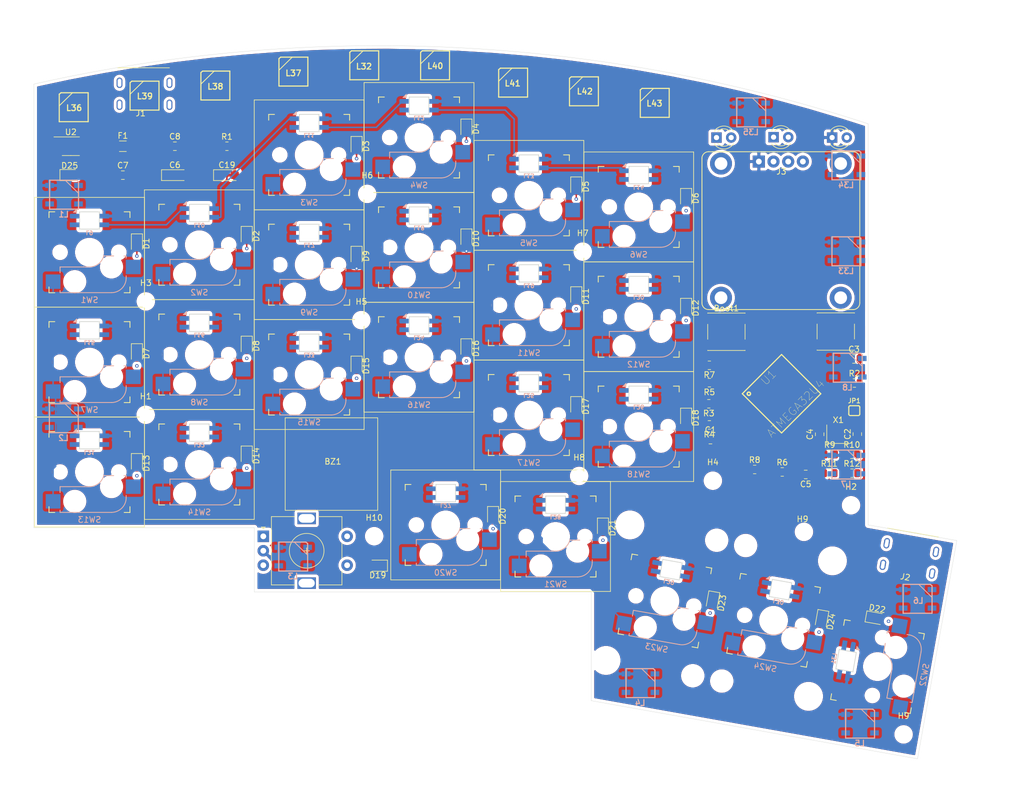
<source format=kicad_pcb>
(kicad_pcb (version 20171130) (host pcbnew 5.1.9)
  (layers (0 F.Cu signal) (31 B.Cu signal) (34 B.Paste user) (35 F.Paste user) (36 B.SilkS user) (37 F.SilkS user) (38 B.Mask user) (39 F.Mask user) (44 Edge.Cuts user))
  (net 0 "")
  (net 1 "Net-(J1-PadA5)")
  (net 2 "Net-(J1-PadA6)")
  (net 3 "Net-(J1-PadA7)")
  (net 4 "Net-(J1-PadB5)")
  (net 5 "Net-(D1-Pad2)")
  (net 6 "Net-(D2-Pad2)")
  (net 7 "Net-(D3-Pad2)")
  (net 8 "Net-(D4-Pad2)")
  (net 9 "Net-(D5-Pad2)")
  (net 10 "Net-(D6-Pad2)")
  (net 11 "Net-(D7-Pad2)")
  (net 12 "Net-(D8-Pad2)")
  (net 13 "Net-(D9-Pad2)")
  (net 14 "Net-(D10-Pad2)")
  (net 15 "Net-(D11-Pad2)")
  (net 16 "Net-(D12-Pad2)")
  (net 17 "Net-(D13-Pad2)")
  (net 18 "Net-(D14-Pad2)")
  (net 19 "Net-(D15-Pad2)")
  (net 20 "Net-(D16-Pad2)")
  (net 21 "Net-(D17-Pad2)")
  (net 22 "Net-(D18-Pad2)")
  (net 23 "Net-(D19-Pad2)")
  (net 24 "Net-(D20-Pad2)")
  (net 25 "Net-(D21-Pad2)")
  (net 26 "Net-(D22-Pad2)")
  (net 27 "Net-(D23-Pad2)")
  (net 28 "Net-(D24-Pad2)")
  (net 29 +5V)
  (net 30 COL2)
  (net 31 COL3)
  (net 32 COL4)
  (net 33 COL5)
  (net 34 COL0)
  (net 35 COL1)
  (net 36 VCC)
  (net 37 "Net-(L10-Pad3)")
  (net 38 "Net-(L10-Pad1)")
  (net 39 "Net-(L11-Pad1)")
  (net 40 "Net-(L12-Pad1)")
  (net 41 "Net-(L13-Pad1)")
  (net 42 "Net-(L14-Pad1)")
  (net 43 "Net-(L15-Pad1)")
  (net 44 "Net-(L16-Pad1)")
  (net 45 "Net-(L17-Pad1)")
  (net 46 "Net-(L18-Pad1)")
  (net 47 "Net-(L19-Pad1)")
  (net 48 "Net-(L20-Pad1)")
  (net 49 "Net-(L21-Pad1)")
  (net 50 "Net-(L22-Pad1)")
  (net 51 "Net-(L23-Pad1)")
  (net 52 "Net-(L24-Pad1)")
  (net 53 "Net-(L25-Pad1)")
  (net 54 "Net-(L26-Pad1)")
  (net 55 "Net-(L27-Pad1)")
  (net 56 "Net-(L28-Pad1)")
  (net 57 "Net-(L29-Pad1)")
  (net 58 "Net-(L30-Pad1)")
  (net 59 "Net-(L31-Pad1)")
  (net 60 "Net-(L1-Pad1)")
  (net 61 "Net-(L2-Pad1)")
  (net 62 "Net-(L3-Pad1)")
  (net 63 "Net-(L4-Pad1)")
  (net 64 "Net-(L5-Pad1)")
  (net 65 "Net-(L6-Pad1)")
  (net 66 "Net-(L7-Pad1)")
  (net 67 RESET)
  (net 68 "Net-(C1-Pad2)")
  (net 69 "Net-(C2-Pad1)")
  (net 70 "Net-(C4-Pad1)")
  (net 71 "Net-(C5-Pad1)")
  (net 72 D-)
  (net 73 D+)
  (net 74 A3)
  (net 75 A2)
  (net 76 A1)
  (net 77 A0)
  (net 78 D10)
  (net 79 TX)
  (net 80 RX)
  (net 81 D2)
  (net 82 D3)
  (net 83 MISO)
  (net 84 MOSI)
  (net 85 SCK)
  (net 86 UVCC)
  (net 87 RAW)
  (net 88 "Net-(R1-Pad2)")
  (net 89 "Net-(U1-Pad12)")
  (net 90 "Net-(U2-Pad4)")
  (net 91 "Net-(D25-Pad2)")
  (net 92 "Net-(R6-Pad1)")
  (net 93 "Net-(R8-Pad1)")
  (net 94 "Net-(J2-PadA5)")
  (net 95 "Net-(J2-PadB5)")
  (net 96 "Net-(D26-Pad1)")
  (net 97 GND)
  (net 98 "Net-(D28-Pad1)")
  (net 99 "Net-(R9-Pad1)")
  (net 100 "Net-(D27-Pad1)")
  (net 101 "Net-(R10-Pad1)")
  (net 102 D9)
  (net 103 A4)
  (net 104 A5)
  (net 105 "Net-(L33-Pad3)")
  (net 106 "Net-(L33-Pad1)")
  (net 107 "Net-(L34-Pad1)")
  (net 108 "Net-(L35-Pad1)")
  (net 109 "Net-(L36-Pad1)")
  (net 110 "Net-(BZ1-Pad1)")
  (net 111 "Net-(L32-Pad1)")
  (net 112 "Net-(L32-Pad3)")
  (net 113 "Net-(L37-Pad3)")
  (net 114 "Net-(L38-Pad3)")
  (net 115 "Net-(L40-Pad1)")
  (net 116 "Net-(L41-Pad1)")
  (net 117 "Net-(L42-Pad1)")
  (net 118 "Net-(L43-Pad1)")
  (net 119 "Net-(Boot1-Pad1)")
  (module private:Buzzer (layer F.Cu) (at 66.08 79.97 180)
    (fp_text reference BZ1 (at -0.24892 0.43396) (layer F.SilkS))
    (fp_text value Buzzer)
    (pad 1 smd rect (at -9 0 180) (size 3 3) (layers F.Cu F.Paste F.Mask) (net 110 "Net-(BZ1-Pad1)"))
    (pad 2 smd rect (at 9 0 180) (size 3 3) (layers F.Cu F.Paste F.Mask) (net 97 GND))
  )
  (module LED_THT:LED_D3.0mm (layer F.Cu) (at 142.55 23.43)
    (fp_text reference D27 hide)
    (fp_text value Yellow)
    (pad 2 thru_hole circle (at 2.54 0) (size 1.8 1.8) (drill 0.9) (layers *.Cu *.Mask) (net 36 VCC))
    (pad 1 thru_hole rect (at 0 0) (size 1.8 1.8) (drill 0.9) (layers *.Cu *.Mask) (net 100 "Net-(D27-Pad1)"))
  )
  (module Resistor_SMD:R_0805_2012Metric (layer F.Cu) (at 144.05 81.34)
    (fp_text reference R6 (at 0 -1.65) (layer F.SilkS))
    (fp_text value 330)
    (pad 2 smd roundrect (at 0.9125 0) (size 1.025 1.4) (layers F.Cu F.Paste F.Mask) (roundrect_rratio 0.243902) (net 100 "Net-(D27-Pad1)"))
    (pad 1 smd roundrect (at -0.9125 0) (size 1.025 1.4) (layers F.Cu F.Paste F.Mask) (roundrect_rratio 0.243902) (net 92 "Net-(R6-Pad1)"))
  )
  (module Button_Switch_SMD:SW_Push_1P1T_NO_6x6mm_H9.5mm (layer F.Cu) (at 134.39 57.09)
    (fp_text reference Boot1 (at 0 -4.05) (layer F.SilkS))
    (fp_text value SW_PUSH)
    (pad 2 smd rect (at 3.975 2.25) (size 1.55 1.3) (layers F.Cu F.Paste F.Mask) (net 97 GND))
    (pad 1 smd rect (at 3.975 -2.25) (size 1.55 1.3) (layers F.Cu F.Paste F.Mask) (net 119 "Net-(Boot1-Pad1)"))
    (pad 1 smd rect (at -3.975 -2.25) (size 1.55 1.3) (layers F.Cu F.Paste F.Mask) (net 119 "Net-(Boot1-Pad1)"))
    (pad 2 smd rect (at -3.975 2.25) (size 1.55 1.3) (layers F.Cu F.Paste F.Mask) (net 97 GND))
  )
  (module MountingHole:MountingHole_2.2mm_M2 (layer F.Cu) (at 73.47 92.45)
    (fp_text reference H10 (at 0 -3.2) (layer F.SilkS))
    (fp_text value Hole)
    (pad 1 np_thru_hole circle (at 0 0) (size 2.2 2.2) (drill 2.2) (layers *.Cu *.Mask))
  )
  (module MountingHole:MountingHole_2.2mm_M2 (layer F.Cu) (at 165.04 126.73)
    (fp_text reference H9 (at 0 -3.2) (layer F.SilkS))
    (fp_text value Hole)
    (pad 1 np_thru_hole circle (at 0 0) (size 2.2 2.2) (drill 2.2) (layers *.Cu *.Mask))
  )
  (module MountingHole:MountingHole_2.2mm_M2 (layer F.Cu) (at 108.92 82.03)
    (fp_text reference H8 (at 0 -3.2) (layer F.SilkS))
    (fp_text value Hole)
    (pad 1 np_thru_hole circle (at 0 0) (size 2.2 2.2) (drill 2.2) (layers *.Cu *.Mask))
  )
  (module MountingHole:MountingHole_2.2mm_M2 (layer F.Cu) (at 109.54 43.23)
    (fp_text reference H7 (at 0 -3.2) (layer F.SilkS))
    (fp_text value Hole)
    (pad 1 np_thru_hole circle (at 0 0) (size 2.2 2.2) (drill 2.2) (layers *.Cu *.Mask))
  )
  (module keebio_parts:WS2812B (layer F.Cu) (at 122 17.5 180)
    (fp_text reference L43 (at 0.06 -0.1) (layer F.SilkS) (effects (font (thickness 0.2))))
    (fp_text value WS2812_LED hide)
    (pad 1 smd rect (at -2.49936 -1.6002 270) (size 0.89916 1.50114) (layers F.Cu F.Paste F.Mask) (net 118 "Net-(L43-Pad1)"))
    (pad 2 smd rect (at -2.49936 1.6002 270) (size 0.89916 1.50114) (layers F.Cu F.Paste F.Mask) (net 97 GND))
    (pad 3 smd rect (at 2.49936 1.6002 270) (size 0.89916 1.50114) (layers F.Cu F.Paste F.Mask) (net 117 "Net-(L42-Pad1)"))
    (pad 4 smd rect (at 2.49936 -1.6002 270) (size 0.89916 1.50114) (layers F.Cu F.Paste F.Mask) (net 36 VCC))
  )
  (module keebio_parts:WS2812B (layer F.Cu) (at 109.75 15.5 180)
    (fp_text reference L42 (at -0.15 -0.02) (layer F.SilkS) (effects (font (thickness 0.2))))
    (fp_text value WS2812_LED hide)
    (pad 1 smd rect (at -2.49936 -1.6002 270) (size 0.89916 1.50114) (layers F.Cu F.Paste F.Mask) (net 117 "Net-(L42-Pad1)"))
    (pad 2 smd rect (at -2.49936 1.6002 270) (size 0.89916 1.50114) (layers F.Cu F.Paste F.Mask) (net 97 GND))
    (pad 3 smd rect (at 2.49936 1.6002 270) (size 0.89916 1.50114) (layers F.Cu F.Paste F.Mask) (net 116 "Net-(L41-Pad1)"))
    (pad 4 smd rect (at 2.49936 -1.6002 270) (size 0.89916 1.50114) (layers F.Cu F.Paste F.Mask) (net 36 VCC))
  )
  (module keebio_parts:WS2812B (layer F.Cu) (at 97.5 14 180)
    (fp_text reference L41 (at 0.08 -0.13) (layer F.SilkS) (effects (font (thickness 0.2))))
    (fp_text value WS2812_LED hide)
    (pad 1 smd rect (at -2.49936 -1.6002 270) (size 0.89916 1.50114) (layers F.Cu F.Paste F.Mask) (net 116 "Net-(L41-Pad1)"))
    (pad 2 smd rect (at -2.49936 1.6002 270) (size 0.89916 1.50114) (layers F.Cu F.Paste F.Mask) (net 97 GND))
    (pad 3 smd rect (at 2.49936 1.6002 270) (size 0.89916 1.50114) (layers F.Cu F.Paste F.Mask) (net 115 "Net-(L40-Pad1)"))
    (pad 4 smd rect (at 2.49936 -1.6002 270) (size 0.89916 1.50114) (layers F.Cu F.Paste F.Mask) (net 36 VCC))
  )
  (module keebio_parts:WS2812B (layer F.Cu) (at 84 11 180)
    (fp_text reference L40 (at -0.03 -0.12) (layer F.SilkS) (effects (font (thickness 0.2))))
    (fp_text value WS2812_LED hide)
    (pad 1 smd rect (at -2.49936 -1.6002 270) (size 0.89916 1.50114) (layers F.Cu F.Paste F.Mask) (net 115 "Net-(L40-Pad1)"))
    (pad 2 smd rect (at -2.49936 1.6002 270) (size 0.89916 1.50114) (layers F.Cu F.Paste F.Mask) (net 97 GND))
    (pad 3 smd rect (at 2.49936 1.6002 270) (size 0.89916 1.50114) (layers F.Cu F.Paste F.Mask) (net 111 "Net-(L32-Pad1)"))
    (pad 4 smd rect (at 2.49936 -1.6002 270) (size 0.89916 1.50114) (layers F.Cu F.Paste F.Mask) (net 36 VCC))
  )
  (module keebio_parts:WS2812B (layer F.Cu) (at 33.75 16.25 180)
    (fp_text reference L39 (at -0.05 -0.1) (layer F.SilkS) (effects (font (thickness 0.2))))
    (fp_text value WS2812_LED hide)
    (pad 1 smd rect (at -2.49936 -1.6002 270) (size 0.89916 1.50114) (layers F.Cu F.Paste F.Mask) (net 114 "Net-(L38-Pad3)"))
    (pad 2 smd rect (at -2.49936 1.6002 270) (size 0.89916 1.50114) (layers F.Cu F.Paste F.Mask) (net 97 GND))
    (pad 3 smd rect (at 2.49936 1.6002 270) (size 0.89916 1.50114) (layers F.Cu F.Paste F.Mask) (net 109 "Net-(L36-Pad1)"))
    (pad 4 smd rect (at 2.49936 -1.6002 270) (size 0.89916 1.50114) (layers F.Cu F.Paste F.Mask) (net 36 VCC))
  )
  (module keebio_parts:WS2812B (layer F.Cu) (at 46 14.5 180)
    (fp_text reference L38 (at 0 -0.18) (layer F.SilkS) (effects (font (thickness 0.2))))
    (fp_text value WS2812_LED hide)
    (pad 1 smd rect (at -2.49936 -1.6002 270) (size 0.89916 1.50114) (layers F.Cu F.Paste F.Mask) (net 113 "Net-(L37-Pad3)"))
    (pad 2 smd rect (at -2.49936 1.6002 270) (size 0.89916 1.50114) (layers F.Cu F.Paste F.Mask) (net 97 GND))
    (pad 3 smd rect (at 2.49936 1.6002 270) (size 0.89916 1.50114) (layers F.Cu F.Paste F.Mask) (net 114 "Net-(L38-Pad3)"))
    (pad 4 smd rect (at 2.49936 -1.6002 270) (size 0.89916 1.50114) (layers F.Cu F.Paste F.Mask) (net 36 VCC))
  )
  (module keebio_parts:WS2812B (layer F.Cu) (at 59.5 12.09 180)
    (fp_text reference L37 (at 0 -0.27) (layer F.SilkS) (effects (font (thickness 0.2))))
    (fp_text value WS2812_LED hide)
    (pad 1 smd rect (at -2.49936 -1.6002 270) (size 0.89916 1.50114) (layers F.Cu F.Paste F.Mask) (net 112 "Net-(L32-Pad3)"))
    (pad 2 smd rect (at -2.49936 1.6002 270) (size 0.89916 1.50114) (layers F.Cu F.Paste F.Mask) (net 97 GND))
    (pad 3 smd rect (at 2.49936 1.6002 270) (size 0.89916 1.50114) (layers F.Cu F.Paste F.Mask) (net 113 "Net-(L37-Pad3)"))
    (pad 4 smd rect (at 2.49936 -1.6002 270) (size 0.89916 1.50114) (layers F.Cu F.Paste F.Mask) (net 36 VCC))
  )
  (module keebio_parts:WS2812B (layer F.Cu) (at 71.75 11 180)
    (fp_text reference L32 (at 0.05 -0.2) (layer F.SilkS) (effects (font (thickness 0.2))))
    (fp_text value WS2812_LED hide)
    (pad 1 smd rect (at -2.49936 -1.6002 270) (size 0.89916 1.50114) (layers F.Cu F.Paste F.Mask) (net 111 "Net-(L32-Pad1)"))
    (pad 2 smd rect (at -2.49936 1.6002 270) (size 0.89916 1.50114) (layers F.Cu F.Paste F.Mask) (net 97 GND))
    (pad 3 smd rect (at 2.49936 1.6002 270) (size 0.89916 1.50114) (layers F.Cu F.Paste F.Mask) (net 112 "Net-(L32-Pad3)"))
    (pad 4 smd rect (at 2.49936 -1.6002 270) (size 0.89916 1.50114) (layers F.Cu F.Paste F.Mask) (net 36 VCC))
  )
  (module private:USB_C_TH_6pin (layer F.Cu) (at 38.06 17.83 180)
    (fp_text reference J1 (at 4.98 -1.47) (layer F.SilkS))
    (fp_text value USB_C_Receptacle_USB2.0 hide)
    (pad A5 smd rect (at 3.82 0 180) (size 0.7 1) (layers F.Cu F.Paste F.Mask) (net 1 "Net-(J1-PadA5)"))
    (pad B5 smd rect (at 4.82 0 180) (size 0.7 1) (layers F.Cu F.Paste F.Mask) (net 4 "Net-(J1-PadB5)"))
    (pad A9 smd rect (at 5.82 0 180) (size 0.8 1) (layers F.Cu F.Paste F.Mask) (net 86 UVCC))
    (pad B9 smd rect (at 2.82 0 180) (size 0.8 1) (layers F.Cu F.Paste F.Mask) (net 86 UVCC))
    (pad A12 smd rect (at 7.02 0 180) (size 0.8 1) (layers F.Cu F.Paste F.Mask) (net 97 GND))
    (pad B12 smd rect (at 1.62 0 180) (size 0.8 1) (layers F.Cu F.Paste F.Mask) (net 97 GND))
    (pad 1 thru_hole oval (at 0 3.8 180) (size 1 1.8) (drill oval 0.6 1.4) (layers *.Cu *.Mask))
    (pad 1 thru_hole oval (at 8.64 3.8 180) (size 1 1.8) (drill oval 0.6 1.4) (layers *.Cu *.Mask))
    (pad 1 thru_hole oval (at 8.64 0 180) (size 1 1.8) (drill oval 0.6 1.4) (layers *.Cu *.Mask))
    (pad 1 thru_hole oval (at 0 0 180) (size 1 1.8) (drill oval 0.6 1.4) (layers *.Cu *.Mask))
  )
  (module private:USB_C_TH_6pin (layer F.Cu) (at 169.96875 98.90625 170)
    (fp_text reference J2 (at 4.46 -1.41 170) (layer F.SilkS))
    (fp_text value USB_C_Receptacle_USB2.0 hide)
    (pad A5 smd rect (at 3.82 0 170) (size 0.7 1) (layers F.Cu F.Paste F.Mask) (net 29 +5V))
    (pad B5 smd rect (at 4.82 0 170) (size 0.7 1) (layers F.Cu F.Paste F.Mask) (net 29 +5V))
    (pad A9 smd rect (at 5.82 0 170) (size 0.8 1) (layers F.Cu F.Paste F.Mask) (net 36 VCC))
    (pad B9 smd rect (at 2.82 0 170) (size 0.8 1) (layers F.Cu F.Paste F.Mask) (net 36 VCC))
    (pad A12 smd rect (at 7.02 0 170) (size 0.8 1) (layers F.Cu F.Paste F.Mask) (net 97 GND))
    (pad B12 smd rect (at 1.62 0 170) (size 0.8 1) (layers F.Cu F.Paste F.Mask) (net 97 GND))
    (pad 1 thru_hole oval (at 0 3.8 170) (size 1 1.8) (drill oval 0.6 1.4) (layers *.Cu *.Mask))
    (pad 1 thru_hole oval (at 8.64 3.8 170) (size 1 1.8) (drill oval 0.6 1.4) (layers *.Cu *.Mask))
    (pad 1 thru_hole oval (at 8.64 0 170) (size 1 1.8) (drill oval 0.6 1.4) (layers *.Cu *.Mask))
    (pad 1 thru_hole oval (at 0 0 170) (size 1 1.8) (drill oval 0.6 1.4) (layers *.Cu *.Mask))
  )
  (module Button_Switch_SMD:SW_Push_1P1T_NO_6x6mm_H9.5mm (layer F.Cu) (at 153.31 57.05)
    (fp_text reference RESET_SW1 hide)
    (fp_text value SW_PUSH hide)
    (pad 2 smd rect (at -3.975 2.25) (size 1.55 1.3) (layers F.Cu F.Paste F.Mask) (net 97 GND))
    (pad 1 smd rect (at -3.975 -2.25) (size 1.55 1.3) (layers F.Cu F.Paste F.Mask) (net 67 RESET))
    (pad 1 smd rect (at 3.975 -2.25) (size 1.55 1.3) (layers F.Cu F.Paste F.Mask) (net 67 RESET))
    (pad 2 smd rect (at 3.975 2.25) (size 1.55 1.3) (layers F.Cu F.Paste F.Mask) (net 97 GND))
  )
  (module LED_THT:LED_D3.0mm (layer F.Cu) (at 152.675 23.499889)
    (fp_text reference RED1 hide)
    (fp_text value LED1)
    (pad 2 thru_hole circle (at 2.54 0) (size 1.8 1.8) (drill 0.9) (layers *.Cu *.Mask) (net 88 "Net-(R1-Pad2)"))
    (pad 1 thru_hole rect (at 0 0) (size 1.8 1.8) (drill 0.9) (layers *.Cu *.Mask) (net 97 GND))
  )
  (module LED_THT:LED_D3.0mm (layer F.Cu) (at 132.675 23.499889)
    (fp_text reference D26 hide)
    (fp_text value Green)
    (pad 2 thru_hole circle (at 2.54 0) (size 1.8 1.8) (drill 0.9) (layers *.Cu *.Mask) (net 36 VCC))
    (pad 1 thru_hole rect (at 0 0) (size 1.8 1.8) (drill 0.9) (layers *.Cu *.Mask) (net 96 "Net-(D26-Pad1)"))
  )
  (module keebio_parts:Kailh-PG1350-1.5u (layer F.Cu) (at 160.52 115 80)
    (fp_text reference "Kailh PG1350" hide)
    (fp_text value Choc hide)
  )
  (module keyswitches:Kailh_socket_MX (layer F.Cu) (at 160.52 115 80)
    (fp_text reference SW22 (at 0 8.255 80) (layer B.SilkS) (effects (justify mirror)))
    (fp_text value SW_PUSH)
    (pad 2 smd rect (at 7.56 2.54 260) (size 2.55 2.5) (layers B.Cu B.Paste B.Mask) (net 26 "Net-(D22-Pad2)"))
    (pad "" np_thru_hole circle (at 5.08 0 260) (size 1.7018 1.7018) (drill 1.7018) (layers *.Cu *.Mask))
    (pad "" np_thru_hole circle (at -5.08 0 260) (size 1.7018 1.7018) (drill 1.7018) (layers *.Cu *.Mask))
    (pad "" np_thru_hole circle (at 0 0 260) (size 3.9878 3.9878) (drill 3.9878) (layers *.Cu *.Mask))
    (pad "" np_thru_hole circle (at 3.81 2.54 260) (size 3 3) (drill 3) (layers *.Cu *.Mask))
    (pad "" np_thru_hole circle (at -2.54 5.08 260) (size 3 3) (drill 3) (layers *.Cu *.Mask))
    (pad 1 smd rect (at -6.29 5.08 260) (size 2.55 2.5) (layers B.Cu B.Paste B.Mask) (net 31 COL3))
  )
  (module MountingHole:MountingHole_2.2mm_M2 (layer F.Cu) (at 155.95 87.1)
    (fp_text reference H2 (at 0 -3.2) (layer F.SilkS))
    (fp_text value Hole)
    (pad 1 np_thru_hole circle (at 0 0) (size 2.2 2.2) (drill 2.2) (layers *.Cu *.Mask))
  )
  (module Button_Switch_Keyboard:SW_Cherry_MX_2.00u_Vertical_PCB (layer F.Cu) (at 123.75 103.65 170)
    (fp_text reference REF** hide)
    (fp_text value SW_Cherry_MX_2.00u_Vertical_PCB hide)
    (pad "" np_thru_hole circle (at -7 -11.9 170) (size 3.05 3.05) (drill 3.05) (layers *.Cu *.Mask))
    (pad "" np_thru_hole circle (at -7 11.9 170) (size 3.05 3.05) (drill 3.05) (layers *.Cu *.Mask))
    (pad "" np_thru_hole circle (at 8.24 11.9 170) (size 4 4) (drill 4) (layers *.Cu *.Mask))
    (pad "" np_thru_hole circle (at 8.24 -11.9 170) (size 4 4) (drill 4) (layers *.Cu *.Mask))
  )
  (module keyswitches:Kailh_socket_MX (layer F.Cu) (at 142.55 107 350)
    (fp_text reference SW24 (at 0 8.255 170) (layer B.SilkS) (effects (justify mirror)))
    (fp_text value SW_PUSH)
    (pad 1 smd rect (at -6.29 5.08 170) (size 2.55 2.5) (layers B.Cu B.Paste B.Mask) (net 33 COL5))
    (pad "" np_thru_hole circle (at -2.54 5.08 170) (size 3 3) (drill 3) (layers *.Cu *.Mask))
    (pad "" np_thru_hole circle (at 3.81 2.54 170) (size 3 3) (drill 3) (layers *.Cu *.Mask))
    (pad "" np_thru_hole circle (at 0 0 170) (size 3.9878 3.9878) (drill 3.9878) (layers *.Cu *.Mask))
    (pad "" np_thru_hole circle (at -5.08 0 170) (size 1.7018 1.7018) (drill 1.7018) (layers *.Cu *.Mask))
    (pad "" np_thru_hole circle (at 5.08 0 170) (size 1.7018 1.7018) (drill 1.7018) (layers *.Cu *.Mask))
    (pad 2 smd rect (at 7.56 2.54 170) (size 2.55 2.5) (layers B.Cu B.Paste B.Mask) (net 28 "Net-(D24-Pad2)"))
  )
  (module keyswitches:Kailh_socket_MX (layer F.Cu) (at 123.75 103.65 350)
    (fp_text reference SW23 (at 0 8.255 170) (layer B.SilkS) (effects (justify mirror)))
    (fp_text value SW_PUSH)
    (pad 1 smd rect (at -6.29 5.08 170) (size 2.55 2.5) (layers B.Cu B.Paste B.Mask) (net 32 COL4))
    (pad "" np_thru_hole circle (at -2.54 5.08 170) (size 3 3) (drill 3) (layers *.Cu *.Mask))
    (pad "" np_thru_hole circle (at 3.81 2.54 170) (size 3 3) (drill 3) (layers *.Cu *.Mask))
    (pad "" np_thru_hole circle (at 0 0 170) (size 3.9878 3.9878) (drill 3.9878) (layers *.Cu *.Mask))
    (pad "" np_thru_hole circle (at -5.08 0 170) (size 1.7018 1.7018) (drill 1.7018) (layers *.Cu *.Mask))
    (pad "" np_thru_hole circle (at 5.08 0 170) (size 1.7018 1.7018) (drill 1.7018) (layers *.Cu *.Mask))
    (pad 2 smd rect (at 7.56 2.54 170) (size 2.55 2.5) (layers B.Cu B.Paste B.Mask) (net 27 "Net-(D23-Pad2)"))
  )
  (module Button_Switch_Keyboard:SW_Cherry_MX_2.00u_Vertical_PCB (layer F.Cu) (at 142.55 107 350)
    (fp_text reference REF** hide)
    (fp_text value SW_Cherry_MX_2.00u_Vertical_PCB hide)
    (pad "" np_thru_hole circle (at 8.24 -11.9 350) (size 4 4) (drill 4) (layers *.Cu *.Mask))
    (pad "" np_thru_hole circle (at 8.24 11.9 350) (size 4 4) (drill 4) (layers *.Cu *.Mask))
    (pad "" np_thru_hole circle (at -7 11.9 350) (size 3.05 3.05) (drill 3.05) (layers *.Cu *.Mask))
    (pad "" np_thru_hole circle (at -7 -11.9 350) (size 3.05 3.05) (drill 3.05) (layers *.Cu *.Mask))
  )
  (module keyswitches:Kailh_socket_MX (layer F.Cu) (at 24.225 43.341)
    (fp_text reference SW1 (at 0 8.255 180) (layer B.SilkS) (effects (justify mirror)))
    (fp_text value SW_PUSH)
    (pad 1 smd rect (at -6.29 5.08 180) (size 2.55 2.5) (layers B.Cu B.Paste B.Mask) (net 34 COL0))
    (pad "" np_thru_hole circle (at -2.54 5.08 180) (size 3 3) (drill 3) (layers *.Cu *.Mask))
    (pad "" np_thru_hole circle (at 3.81 2.54 180) (size 3 3) (drill 3) (layers *.Cu *.Mask))
    (pad "" np_thru_hole circle (at 0 0 180) (size 3.9878 3.9878) (drill 3.9878) (layers *.Cu *.Mask))
    (pad "" np_thru_hole circle (at -5.08 0 180) (size 1.7018 1.7018) (drill 1.7018) (layers *.Cu *.Mask))
    (pad "" np_thru_hole circle (at 5.08 0 180) (size 1.7018 1.7018) (drill 1.7018) (layers *.Cu *.Mask))
    (pad 2 smd rect (at 7.56 2.54 180) (size 2.55 2.5) (layers B.Cu B.Paste B.Mask) (net 5 "Net-(D1-Pad2)"))
  )
  (module keyswitches:Kailh_socket_MX (layer F.Cu) (at 43.225 42.041)
    (fp_text reference SW2 (at 0 8.255 180) (layer B.SilkS) (effects (justify mirror)))
    (fp_text value SW_PUSH)
    (pad 1 smd rect (at -6.29 5.08 180) (size 2.55 2.5) (layers B.Cu B.Paste B.Mask) (net 35 COL1))
    (pad "" np_thru_hole circle (at -2.54 5.08 180) (size 3 3) (drill 3) (layers *.Cu *.Mask))
    (pad "" np_thru_hole circle (at 3.81 2.54 180) (size 3 3) (drill 3) (layers *.Cu *.Mask))
    (pad "" np_thru_hole circle (at 0 0 180) (size 3.9878 3.9878) (drill 3.9878) (layers *.Cu *.Mask))
    (pad "" np_thru_hole circle (at -5.08 0 180) (size 1.7018 1.7018) (drill 1.7018) (layers *.Cu *.Mask))
    (pad "" np_thru_hole circle (at 5.08 0 180) (size 1.7018 1.7018) (drill 1.7018) (layers *.Cu *.Mask))
    (pad 2 smd rect (at 7.56 2.54 180) (size 2.55 2.5) (layers B.Cu B.Paste B.Mask) (net 6 "Net-(D2-Pad2)"))
  )
  (module keyswitches:Kailh_socket_MX (layer F.Cu) (at 62.225 26.491)
    (fp_text reference SW3 (at 0 8.255 180) (layer B.SilkS) (effects (justify mirror)))
    (fp_text value SW_PUSH)
    (pad 1 smd rect (at -6.29 5.08 180) (size 2.55 2.5) (layers B.Cu B.Paste B.Mask) (net 30 COL2))
    (pad "" np_thru_hole circle (at -2.54 5.08 180) (size 3 3) (drill 3) (layers *.Cu *.Mask))
    (pad "" np_thru_hole circle (at 3.81 2.54 180) (size 3 3) (drill 3) (layers *.Cu *.Mask))
    (pad "" np_thru_hole circle (at 0 0 180) (size 3.9878 3.9878) (drill 3.9878) (layers *.Cu *.Mask))
    (pad "" np_thru_hole circle (at -5.08 0 180) (size 1.7018 1.7018) (drill 1.7018) (layers *.Cu *.Mask))
    (pad "" np_thru_hole circle (at 5.08 0 180) (size 1.7018 1.7018) (drill 1.7018) (layers *.Cu *.Mask))
    (pad 2 smd rect (at 7.56 2.54 180) (size 2.55 2.5) (layers B.Cu B.Paste B.Mask) (net 7 "Net-(D3-Pad2)"))
  )
  (module keyswitches:Kailh_socket_MX (layer F.Cu) (at 81.225 23.491)
    (fp_text reference SW4 (at 0 8.255 180) (layer B.SilkS) (effects (justify mirror)))
    (fp_text value SW_PUSH)
    (pad 1 smd rect (at -6.29 5.08 180) (size 2.55 2.5) (layers B.Cu B.Paste B.Mask) (net 31 COL3))
    (pad "" np_thru_hole circle (at -2.54 5.08 180) (size 3 3) (drill 3) (layers *.Cu *.Mask))
    (pad "" np_thru_hole circle (at 3.81 2.54 180) (size 3 3) (drill 3) (layers *.Cu *.Mask))
    (pad "" np_thru_hole circle (at 0 0 180) (size 3.9878 3.9878) (drill 3.9878) (layers *.Cu *.Mask))
    (pad "" np_thru_hole circle (at -5.08 0 180) (size 1.7018 1.7018) (drill 1.7018) (layers *.Cu *.Mask))
    (pad "" np_thru_hole circle (at 5.08 0 180) (size 1.7018 1.7018) (drill 1.7018) (layers *.Cu *.Mask))
    (pad 2 smd rect (at 7.56 2.54 180) (size 2.55 2.5) (layers B.Cu B.Paste B.Mask) (net 8 "Net-(D4-Pad2)"))
  )
  (module keyswitches:Kailh_socket_MX (layer F.Cu) (at 100.225 33.491)
    (fp_text reference SW5 (at 0 8.255 180) (layer B.SilkS) (effects (justify mirror)))
    (fp_text value SW_PUSH)
    (pad 2 smd rect (at 7.56 2.54 180) (size 2.55 2.5) (layers B.Cu B.Paste B.Mask) (net 9 "Net-(D5-Pad2)"))
    (pad "" np_thru_hole circle (at 5.08 0 180) (size 1.7018 1.7018) (drill 1.7018) (layers *.Cu *.Mask))
    (pad "" np_thru_hole circle (at -5.08 0 180) (size 1.7018 1.7018) (drill 1.7018) (layers *.Cu *.Mask))
    (pad "" np_thru_hole circle (at 0 0 180) (size 3.9878 3.9878) (drill 3.9878) (layers *.Cu *.Mask))
    (pad "" np_thru_hole circle (at 3.81 2.54 180) (size 3 3) (drill 3) (layers *.Cu *.Mask))
    (pad "" np_thru_hole circle (at -2.54 5.08 180) (size 3 3) (drill 3) (layers *.Cu *.Mask))
    (pad 1 smd rect (at -6.29 5.08 180) (size 2.55 2.5) (layers B.Cu B.Paste B.Mask) (net 32 COL4))
  )
  (module keyswitches:Kailh_socket_MX (layer F.Cu) (at 119.225 35.491)
    (fp_text reference SW6 (at 0 8.255 180) (layer B.SilkS) (effects (justify mirror)))
    (fp_text value SW_PUSH)
    (pad 1 smd rect (at -6.29 5.08 180) (size 2.55 2.5) (layers B.Cu B.Paste B.Mask) (net 33 COL5))
    (pad "" np_thru_hole circle (at -2.54 5.08 180) (size 3 3) (drill 3) (layers *.Cu *.Mask))
    (pad "" np_thru_hole circle (at 3.81 2.54 180) (size 3 3) (drill 3) (layers *.Cu *.Mask))
    (pad "" np_thru_hole circle (at 0 0 180) (size 3.9878 3.9878) (drill 3.9878) (layers *.Cu *.Mask))
    (pad "" np_thru_hole circle (at -5.08 0 180) (size 1.7018 1.7018) (drill 1.7018) (layers *.Cu *.Mask))
    (pad "" np_thru_hole circle (at 5.08 0 180) (size 1.7018 1.7018) (drill 1.7018) (layers *.Cu *.Mask))
    (pad 2 smd rect (at 7.56 2.54 180) (size 2.55 2.5) (layers B.Cu B.Paste B.Mask) (net 10 "Net-(D6-Pad2)"))
  )
  (module keyswitches:Kailh_socket_MX (layer F.Cu) (at 24.225 62.341)
    (fp_text reference SW7 (at 0 8.255 180) (layer B.SilkS) (effects (justify mirror)))
    (fp_text value SW_PUSH)
    (pad 1 smd rect (at -6.29 5.08 180) (size 2.55 2.5) (layers B.Cu B.Paste B.Mask) (net 34 COL0))
    (pad "" np_thru_hole circle (at -2.54 5.08 180) (size 3 3) (drill 3) (layers *.Cu *.Mask))
    (pad "" np_thru_hole circle (at 3.81 2.54 180) (size 3 3) (drill 3) (layers *.Cu *.Mask))
    (pad "" np_thru_hole circle (at 0 0 180) (size 3.9878 3.9878) (drill 3.9878) (layers *.Cu *.Mask))
    (pad "" np_thru_hole circle (at -5.08 0 180) (size 1.7018 1.7018) (drill 1.7018) (layers *.Cu *.Mask))
    (pad "" np_thru_hole circle (at 5.08 0 180) (size 1.7018 1.7018) (drill 1.7018) (layers *.Cu *.Mask))
    (pad 2 smd rect (at 7.56 2.54 180) (size 2.55 2.5) (layers B.Cu B.Paste B.Mask) (net 11 "Net-(D7-Pad2)"))
  )
  (module keyswitches:Kailh_socket_MX (layer F.Cu) (at 43.225 61.041)
    (fp_text reference SW8 (at 0 8.255 180) (layer B.SilkS) (effects (justify mirror)))
    (fp_text value SW_PUSH)
    (pad 1 smd rect (at -6.29 5.08 180) (size 2.55 2.5) (layers B.Cu B.Paste B.Mask) (net 35 COL1))
    (pad "" np_thru_hole circle (at -2.54 5.08 180) (size 3 3) (drill 3) (layers *.Cu *.Mask))
    (pad "" np_thru_hole circle (at 3.81 2.54 180) (size 3 3) (drill 3) (layers *.Cu *.Mask))
    (pad "" np_thru_hole circle (at 0 0 180) (size 3.9878 3.9878) (drill 3.9878) (layers *.Cu *.Mask))
    (pad "" np_thru_hole circle (at -5.08 0 180) (size 1.7018 1.7018) (drill 1.7018) (layers *.Cu *.Mask))
    (pad "" np_thru_hole circle (at 5.08 0 180) (size 1.7018 1.7018) (drill 1.7018) (layers *.Cu *.Mask))
    (pad 2 smd rect (at 7.56 2.54 180) (size 2.55 2.5) (layers B.Cu B.Paste B.Mask) (net 12 "Net-(D8-Pad2)"))
  )
  (module keyswitches:Kailh_socket_MX (layer F.Cu) (at 62.225 45.491)
    (fp_text reference SW9 (at 0 8.255 180) (layer B.SilkS) (effects (justify mirror)))
    (fp_text value SW_PUSH)
    (pad 1 smd rect (at -6.29 5.08 180) (size 2.55 2.5) (layers B.Cu B.Paste B.Mask) (net 30 COL2))
    (pad "" np_thru_hole circle (at -2.54 5.08 180) (size 3 3) (drill 3) (layers *.Cu *.Mask))
    (pad "" np_thru_hole circle (at 3.81 2.54 180) (size 3 3) (drill 3) (layers *.Cu *.Mask))
    (pad "" np_thru_hole circle (at 0 0 180) (size 3.9878 3.9878) (drill 3.9878) (layers *.Cu *.Mask))
    (pad "" np_thru_hole circle (at -5.08 0 180) (size 1.7018 1.7018) (drill 1.7018) (layers *.Cu *.Mask))
    (pad "" np_thru_hole circle (at 5.08 0 180) (size 1.7018 1.7018) (drill 1.7018) (layers *.Cu *.Mask))
    (pad 2 smd rect (at 7.56 2.54 180) (size 2.55 2.5) (layers B.Cu B.Paste B.Mask) (net 13 "Net-(D9-Pad2)"))
  )
  (module keyswitches:Kailh_socket_MX (layer F.Cu) (at 81.225 42.491)
    (fp_text reference SW10 (at 0 8.255 180) (layer B.SilkS) (effects (justify mirror)))
    (fp_text value SW_PUSH)
    (pad 1 smd rect (at -6.29 5.08 180) (size 2.55 2.5) (layers B.Cu B.Paste B.Mask) (net 31 COL3))
    (pad "" np_thru_hole circle (at -2.54 5.08 180) (size 3 3) (drill 3) (layers *.Cu *.Mask))
    (pad "" np_thru_hole circle (at 3.81 2.54 180) (size 3 3) (drill 3) (layers *.Cu *.Mask))
    (pad "" np_thru_hole circle (at 0 0 180) (size 3.9878 3.9878) (drill 3.9878) (layers *.Cu *.Mask))
    (pad "" np_thru_hole circle (at -5.08 0 180) (size 1.7018 1.7018) (drill 1.7018) (layers *.Cu *.Mask))
    (pad "" np_thru_hole circle (at 5.08 0 180) (size 1.7018 1.7018) (drill 1.7018) (layers *.Cu *.Mask))
    (pad 2 smd rect (at 7.56 2.54 180) (size 2.55 2.5) (layers B.Cu B.Paste B.Mask) (net 14 "Net-(D10-Pad2)"))
  )
  (module keyswitches:Kailh_socket_MX (layer F.Cu) (at 100.225 52.491)
    (fp_text reference SW11 (at 0 8.255 180) (layer B.SilkS) (effects (justify mirror)))
    (fp_text value SW_PUSH)
    (pad 1 smd rect (at -6.29 5.08 180) (size 2.55 2.5) (layers B.Cu B.Paste B.Mask) (net 32 COL4))
    (pad "" np_thru_hole circle (at -2.54 5.08 180) (size 3 3) (drill 3) (layers *.Cu *.Mask))
    (pad "" np_thru_hole circle (at 3.81 2.54 180) (size 3 3) (drill 3) (layers *.Cu *.Mask))
    (pad "" np_thru_hole circle (at 0 0 180) (size 3.9878 3.9878) (drill 3.9878) (layers *.Cu *.Mask))
    (pad "" np_thru_hole circle (at -5.08 0 180) (size 1.7018 1.7018) (drill 1.7018) (layers *.Cu *.Mask))
    (pad "" np_thru_hole circle (at 5.08 0 180) (size 1.7018 1.7018) (drill 1.7018) (layers *.Cu *.Mask))
    (pad 2 smd rect (at 7.56 2.54 180) (size 2.55 2.5) (layers B.Cu B.Paste B.Mask) (net 15 "Net-(D11-Pad2)"))
  )
  (module keyswitches:Kailh_socket_MX (layer F.Cu) (at 119.225 54.491)
    (fp_text reference SW12 (at 0 8.255 180) (layer B.SilkS) (effects (justify mirror)))
    (fp_text value SW_PUSH)
    (pad 1 smd rect (at -6.29 5.08 180) (size 2.55 2.5) (layers B.Cu B.Paste B.Mask) (net 33 COL5))
    (pad "" np_thru_hole circle (at -2.54 5.08 180) (size 3 3) (drill 3) (layers *.Cu *.Mask))
    (pad "" np_thru_hole circle (at 3.81 2.54 180) (size 3 3) (drill 3) (layers *.Cu *.Mask))
    (pad "" np_thru_hole circle (at 0 0 180) (size 3.9878 3.9878) (drill 3.9878) (layers *.Cu *.Mask))
    (pad "" np_thru_hole circle (at -5.08 0 180) (size 1.7018 1.7018) (drill 1.7018) (layers *.Cu *.Mask))
    (pad "" np_thru_hole circle (at 5.08 0 180) (size 1.7018 1.7018) (drill 1.7018) (layers *.Cu *.Mask))
    (pad 2 smd rect (at 7.56 2.54 180) (size 2.55 2.5) (layers B.Cu B.Paste B.Mask) (net 16 "Net-(D12-Pad2)"))
  )
  (module keyswitches:Kailh_socket_MX (layer F.Cu) (at 24.225 81.341)
    (fp_text reference SW13 (at 0 8.255 180) (layer B.SilkS) (effects (justify mirror)))
    (fp_text value SW_PUSH)
    (pad 1 smd rect (at -6.29 5.08 180) (size 2.55 2.5) (layers B.Cu B.Paste B.Mask) (net 34 COL0))
    (pad "" np_thru_hole circle (at -2.54 5.08 180) (size 3 3) (drill 3) (layers *.Cu *.Mask))
    (pad "" np_thru_hole circle (at 3.81 2.54 180) (size 3 3) (drill 3) (layers *.Cu *.Mask))
    (pad "" np_thru_hole circle (at 0 0 180) (size 3.9878 3.9878) (drill 3.9878) (layers *.Cu *.Mask))
    (pad "" np_thru_hole circle (at -5.08 0 180) (size 1.7018 1.7018) (drill 1.7018) (layers *.Cu *.Mask))
    (pad "" np_thru_hole circle (at 5.08 0 180) (size 1.7018 1.7018) (drill 1.7018) (layers *.Cu *.Mask))
    (pad 2 smd rect (at 7.56 2.54 180) (size 2.55 2.5) (layers B.Cu B.Paste B.Mask) (net 17 "Net-(D13-Pad2)"))
  )
  (module keyswitches:Kailh_socket_MX (layer F.Cu) (at 43.225 80.041)
    (fp_text reference SW14 (at 0 8.255 180) (layer B.SilkS) (effects (justify mirror)))
    (fp_text value SW_PUSH)
    (pad 1 smd rect (at -6.29 5.08 180) (size 2.55 2.5) (layers B.Cu B.Paste B.Mask) (net 35 COL1))
    (pad "" np_thru_hole circle (at -2.54 5.08 180) (size 3 3) (drill 3) (layers *.Cu *.Mask))
    (pad "" np_thru_hole circle (at 3.81 2.54 180) (size 3 3) (drill 3) (layers *.Cu *.Mask))
    (pad "" np_thru_hole circle (at 0 0 180) (size 3.9878 3.9878) (drill 3.9878) (layers *.Cu *.Mask))
    (pad "" np_thru_hole circle (at -5.08 0 180) (size 1.7018 1.7018) (drill 1.7018) (layers *.Cu *.Mask))
    (pad "" np_thru_hole circle (at 5.08 0 180) (size 1.7018 1.7018) (drill 1.7018) (layers *.Cu *.Mask))
    (pad 2 smd rect (at 7.56 2.54 180) (size 2.55 2.5) (layers B.Cu B.Paste B.Mask) (net 18 "Net-(D14-Pad2)"))
  )
  (module keyswitches:Kailh_socket_MX (layer F.Cu) (at 62.225 64.491)
    (fp_text reference SW15 (at 0 8.255 180) (layer B.SilkS) (effects (justify mirror)))
    (fp_text value SW_PUSH)
    (pad 1 smd rect (at -6.29 5.08 180) (size 2.55 2.5) (layers B.Cu B.Paste B.Mask) (net 30 COL2))
    (pad "" np_thru_hole circle (at -2.54 5.08 180) (size 3 3) (drill 3) (layers *.Cu *.Mask))
    (pad "" np_thru_hole circle (at 3.81 2.54 180) (size 3 3) (drill 3) (layers *.Cu *.Mask))
    (pad "" np_thru_hole circle (at 0 0 180) (size 3.9878 3.9878) (drill 3.9878) (layers *.Cu *.Mask))
    (pad "" np_thru_hole circle (at -5.08 0 180) (size 1.7018 1.7018) (drill 1.7018) (layers *.Cu *.Mask))
    (pad "" np_thru_hole circle (at 5.08 0 180) (size 1.7018 1.7018) (drill 1.7018) (layers *.Cu *.Mask))
    (pad 2 smd rect (at 7.56 2.54 180) (size 2.55 2.5) (layers B.Cu B.Paste B.Mask) (net 19 "Net-(D15-Pad2)"))
  )
  (module keyswitches:Kailh_socket_MX (layer F.Cu) (at 81.225 61.491)
    (fp_text reference SW16 (at 0 8.255 180) (layer B.SilkS) (effects (justify mirror)))
    (fp_text value SW_PUSH)
    (pad 1 smd rect (at -6.29 5.08 180) (size 2.55 2.5) (layers B.Cu B.Paste B.Mask) (net 31 COL3))
    (pad "" np_thru_hole circle (at -2.54 5.08 180) (size 3 3) (drill 3) (layers *.Cu *.Mask))
    (pad "" np_thru_hole circle (at 3.81 2.54 180) (size 3 3) (drill 3) (layers *.Cu *.Mask))
    (pad "" np_thru_hole circle (at 0 0 180) (size 3.9878 3.9878) (drill 3.9878) (layers *.Cu *.Mask))
    (pad "" np_thru_hole circle (at -5.08 0 180) (size 1.7018 1.7018) (drill 1.7018) (layers *.Cu *.Mask))
    (pad "" np_thru_hole circle (at 5.08 0 180) (size 1.7018 1.7018) (drill 1.7018) (layers *.Cu *.Mask))
    (pad 2 smd rect (at 7.56 2.54 180) (size 2.55 2.5) (layers B.Cu B.Paste B.Mask) (net 20 "Net-(D16-Pad2)"))
  )
  (module keyswitches:Kailh_socket_MX (layer F.Cu) (at 100.225 71.491)
    (fp_text reference SW17 (at 0 8.255 180) (layer B.SilkS) (effects (justify mirror)))
    (fp_text value SW_PUSH)
    (pad 1 smd rect (at -6.29 5.08 180) (size 2.55 2.5) (layers B.Cu B.Paste B.Mask) (net 32 COL4))
    (pad "" np_thru_hole circle (at -2.54 5.08 180) (size 3 3) (drill 3) (layers *.Cu *.Mask))
    (pad "" np_thru_hole circle (at 3.81 2.54 180) (size 3 3) (drill 3) (layers *.Cu *.Mask))
    (pad "" np_thru_hole circle (at 0 0 180) (size 3.9878 3.9878) (drill 3.9878) (layers *.Cu *.Mask))
    (pad "" np_thru_hole circle (at -5.08 0 180) (size 1.7018 1.7018) (drill 1.7018) (layers *.Cu *.Mask))
    (pad "" np_thru_hole circle (at 5.08 0 180) (size 1.7018 1.7018) (drill 1.7018) (layers *.Cu *.Mask))
    (pad 2 smd rect (at 7.56 2.54 180) (size 2.55 2.5) (layers B.Cu B.Paste B.Mask) (net 21 "Net-(D17-Pad2)"))
  )
  (module keyswitches:Kailh_socket_MX (layer F.Cu) (at 119.225 73.491)
    (fp_text reference SW18 (at 0 8.255 180) (layer B.SilkS) (effects (justify mirror)))
    (fp_text value SW_PUSH)
    (pad 1 smd rect (at -6.29 5.08 180) (size 2.55 2.5) (layers B.Cu B.Paste B.Mask) (net 33 COL5))
    (pad "" np_thru_hole circle (at -2.54 5.08 180) (size 3 3) (drill 3) (layers *.Cu *.Mask))
    (pad "" np_thru_hole circle (at 3.81 2.54 180) (size 3 3) (drill 3) (layers *.Cu *.Mask))
    (pad "" np_thru_hole circle (at 0 0 180) (size 3.9878 3.9878) (drill 3.9878) (layers *.Cu *.Mask))
    (pad "" np_thru_hole circle (at -5.08 0 180) (size 1.7018 1.7018) (drill 1.7018) (layers *.Cu *.Mask))
    (pad "" np_thru_hole circle (at 5.08 0 180) (size 1.7018 1.7018) (drill 1.7018) (layers *.Cu *.Mask))
    (pad 2 smd rect (at 7.56 2.54 180) (size 2.55 2.5) (layers B.Cu B.Paste B.Mask) (net 22 "Net-(D18-Pad2)"))
  )
  (module keyswitches:Kailh_socket_MX (layer F.Cu) (at 85.8375 90.5)
    (fp_text reference SW20 (at 0 8.255 180) (layer B.SilkS) (effects (justify mirror)))
    (fp_text value SW_PUSH)
    (pad 1 smd rect (at -6.29 5.08 180) (size 2.55 2.5) (layers B.Cu B.Paste B.Mask) (net 35 COL1))
    (pad "" np_thru_hole circle (at -2.54 5.08 180) (size 3 3) (drill 3) (layers *.Cu *.Mask))
    (pad "" np_thru_hole circle (at 3.81 2.54 180) (size 3 3) (drill 3) (layers *.Cu *.Mask))
    (pad "" np_thru_hole circle (at 0 0 180) (size 3.9878 3.9878) (drill 3.9878) (layers *.Cu *.Mask))
    (pad "" np_thru_hole circle (at -5.08 0 180) (size 1.7018 1.7018) (drill 1.7018) (layers *.Cu *.Mask))
    (pad "" np_thru_hole circle (at 5.08 0 180) (size 1.7018 1.7018) (drill 1.7018) (layers *.Cu *.Mask))
    (pad 2 smd rect (at 7.56 2.54 180) (size 2.55 2.5) (layers B.Cu B.Paste B.Mask) (net 24 "Net-(D20-Pad2)"))
  )
  (module keyswitches:Kailh_socket_MX (layer F.Cu) (at 104.8375 92.5)
    (fp_text reference SW21 (at 0 8.255 180) (layer B.SilkS) (effects (justify mirror)))
    (fp_text value SW_PUSH)
    (pad 2 smd rect (at 7.56 2.54 180) (size 2.55 2.5) (layers B.Cu B.Paste B.Mask) (net 25 "Net-(D21-Pad2)"))
    (pad "" np_thru_hole circle (at 5.08 0 180) (size 1.7018 1.7018) (drill 1.7018) (layers *.Cu *.Mask))
    (pad "" np_thru_hole circle (at -5.08 0 180) (size 1.7018 1.7018) (drill 1.7018) (layers *.Cu *.Mask))
    (pad "" np_thru_hole circle (at 0 0 180) (size 3.9878 3.9878) (drill 3.9878) (layers *.Cu *.Mask))
    (pad "" np_thru_hole circle (at 3.81 2.54 180) (size 3 3) (drill 3) (layers *.Cu *.Mask))
    (pad "" np_thru_hole circle (at -2.54 5.08 180) (size 3 3) (drill 3) (layers *.Cu *.Mask))
    (pad 1 smd rect (at -6.29 5.08 180) (size 2.55 2.5) (layers B.Cu B.Paste B.Mask) (net 30 COL2))
  )
  (module MountingHole:MountingHole_2.2mm_M2 (layer F.Cu) (at 72.26 33.24)
    (fp_text reference H6 (at 0 -3.2) (layer F.SilkS))
    (fp_text value Hole)
    (pad 1 np_thru_hole circle (at 0 0) (size 2.2 2.2) (drill 2.2) (layers *.Cu *.Mask))
  )
  (module MountingHole:MountingHole_2.2mm_M2 (layer F.Cu) (at 71.25 55.08)
    (fp_text reference H5 (at 0 -3.2) (layer F.SilkS))
    (fp_text value Hole)
    (pad 1 np_thru_hole circle (at 0 0) (size 2.2 2.2) (drill 2.2) (layers *.Cu *.Mask))
  )
  (module MountingHole:MountingHole_2.2mm_M2 (layer F.Cu) (at 132.05 82.85)
    (fp_text reference H4 (at 0 -3.2) (layer F.SilkS))
    (fp_text value Hole)
    (pad 1 np_thru_hole circle (at 0 0) (size 2.2 2.2) (drill 2.2) (layers *.Cu *.Mask))
  )
  (module MountingHole:MountingHole_2.2mm_M2 (layer F.Cu) (at 33.97 51.84)
    (fp_text reference H3 (at 0 -3.2) (layer F.SilkS))
    (fp_text value Hole)
    (pad 1 np_thru_hole circle (at 0 0) (size 2.2 2.2) (drill 2.2) (layers *.Cu *.Mask))
  )
  (module MountingHole:MountingHole_2.2mm_M2 (layer F.Cu) (at 147.8 91.7)
    (fp_text reference H9 (at -0.24 -2.2) (layer F.SilkS))
    (fp_text value Hole)
    (pad 1 np_thru_hole circle (at 0 0) (size 2.2 2.2) (drill 2.2) (layers *.Cu *.Mask))
  )
  (module MountingHole:MountingHole_2.2mm_M2 (layer F.Cu) (at 33.95 71.45)
    (fp_text reference H1 (at 0 -3.2) (layer F.SilkS))
    (fp_text value Hole)
    (pad 1 np_thru_hole circle (at 0 0) (size 2.2 2.2) (drill 2.2) (layers *.Cu *.Mask))
  )
  (module keebio_parts:WS2812B (layer F.Cu) (at 21.5 18.25 180)
    (fp_text reference L36 (at -0.06 -0.13) (layer F.SilkS) (effects (font (thickness 0.2))))
    (fp_text value WS2812_LED hide)
    (pad 1 smd rect (at -2.49936 -1.6002 270) (size 0.89916 1.50114) (layers F.Cu F.Paste F.Mask) (net 109 "Net-(L36-Pad1)"))
    (pad 2 smd rect (at -2.49936 1.6002 270) (size 0.89916 1.50114) (layers F.Cu F.Paste F.Mask) (net 97 GND))
    (pad 3 smd rect (at 2.49936 1.6002 270) (size 0.89916 1.50114) (layers F.Cu F.Paste F.Mask) (net 108 "Net-(L35-Pad1)"))
    (pad 4 smd rect (at 2.49936 -1.6002 270) (size 0.89916 1.50114) (layers F.Cu F.Paste F.Mask) (net 36 VCC))
  )
  (module keebio_parts:WS2812B (layer B.Cu) (at 138.68 19.14)
    (fp_text reference L35 (at -0.06 3.41) (layer B.SilkS) (effects (font (thickness 0.2)) (justify mirror)))
    (fp_text value WS2812_LED hide)
    (pad 1 smd rect (at -2.49936 1.6002 270) (size 0.89916 1.50114) (layers B.Cu B.Paste B.Mask) (net 108 "Net-(L35-Pad1)"))
    (pad 2 smd rect (at -2.49936 -1.6002 270) (size 0.89916 1.50114) (layers B.Cu B.Paste B.Mask) (net 97 GND))
    (pad 3 smd rect (at 2.49936 -1.6002 270) (size 0.89916 1.50114) (layers B.Cu B.Paste B.Mask) (net 107 "Net-(L34-Pad1)"))
    (pad 4 smd rect (at 2.49936 1.6002 270) (size 0.89916 1.50114) (layers B.Cu B.Paste B.Mask) (net 36 VCC))
  )
  (module keebio_parts:WS2812B (layer B.Cu) (at 155.15 28.3)
    (fp_text reference L34 (at -0.06 3.41) (layer B.SilkS) (effects (font (thickness 0.2)) (justify mirror)))
    (fp_text value WS2812_LED hide)
    (pad 4 smd rect (at 2.49936 1.6002 270) (size 0.89916 1.50114) (layers B.Cu B.Paste B.Mask) (net 36 VCC))
    (pad 3 smd rect (at 2.49936 -1.6002 270) (size 0.89916 1.50114) (layers B.Cu B.Paste B.Mask) (net 106 "Net-(L33-Pad1)"))
    (pad 2 smd rect (at -2.49936 -1.6002 270) (size 0.89916 1.50114) (layers B.Cu B.Paste B.Mask) (net 97 GND))
    (pad 1 smd rect (at -2.49936 1.6002 270) (size 0.89916 1.50114) (layers B.Cu B.Paste B.Mask) (net 107 "Net-(L34-Pad1)"))
  )
  (module keebio_parts:WS2812B (layer B.Cu) (at 155.15 43.17)
    (fp_text reference L33 (at -0.06 3.41) (layer B.SilkS) (effects (font (thickness 0.2)) (justify mirror)))
    (fp_text value WS2812_LED hide)
    (pad 1 smd rect (at -2.49936 1.6002 270) (size 0.89916 1.50114) (layers B.Cu B.Paste B.Mask) (net 106 "Net-(L33-Pad1)"))
    (pad 2 smd rect (at -2.49936 -1.6002 270) (size 0.89916 1.50114) (layers B.Cu B.Paste B.Mask) (net 97 GND))
    (pad 3 smd rect (at 2.49936 -1.6002 270) (size 0.89916 1.50114) (layers B.Cu B.Paste B.Mask) (net 105 "Net-(L33-Pad3)"))
    (pad 4 smd rect (at 2.49936 1.6002 270) (size 0.89916 1.50114) (layers B.Cu B.Paste B.Mask) (net 36 VCC))
  )
  (module Resistor_SMD:R_0805_2012Metric (layer F.Cu) (at 156.11 81.55)
    (fp_text reference R12 (at 0 -1.65) (layer F.SilkS))
    (fp_text value 5.1k)
    (pad 2 smd roundrect (at 0.9125 0) (size 1.025 1.4) (layers F.Cu F.Paste F.Mask) (roundrect_rratio 0.243902) (net 95 "Net-(J2-PadB5)"))
    (pad 1 smd roundrect (at -0.9125 0) (size 1.025 1.4) (layers F.Cu F.Paste F.Mask) (roundrect_rratio 0.243902) (net 29 +5V))
  )
  (module Resistor_SMD:R_0805_2012Metric (layer F.Cu) (at 152.18 81.54625)
    (fp_text reference R11 (at 0 -1.65) (layer F.SilkS))
    (fp_text value 5.1k)
    (pad 2 smd roundrect (at 0.9125 0) (size 1.025 1.4) (layers F.Cu F.Paste F.Mask) (roundrect_rratio 0.243902) (net 94 "Net-(J2-PadA5)"))
    (pad 1 smd roundrect (at -0.9125 0) (size 1.025 1.4) (layers F.Cu F.Paste F.Mask) (roundrect_rratio 0.243902) (net 29 +5V))
  )
  (module Resistor_SMD:R_0805_2012Metric (layer F.Cu) (at 156.08 78.29)
    (fp_text reference R10 (at 0 -1.65) (layer F.SilkS))
    (fp_text value 330)
    (pad 2 smd roundrect (at 0.9125 0) (size 1.025 1.4) (layers F.Cu F.Paste F.Mask) (roundrect_rratio 0.243902) (net 100 "Net-(D27-Pad1)"))
    (pad 1 smd roundrect (at -0.9125 0) (size 1.025 1.4) (layers F.Cu F.Paste F.Mask) (roundrect_rratio 0.243902) (net 101 "Net-(R10-Pad1)"))
  )
  (module Resistor_SMD:R_0805_2012Metric (layer F.Cu) (at 152.2575 78.3)
    (fp_text reference R9 (at 0 -1.65) (layer F.SilkS))
    (fp_text value 330)
    (pad 2 smd roundrect (at 0.9125 0) (size 1.025 1.4) (layers F.Cu F.Paste F.Mask) (roundrect_rratio 0.243902) (net 98 "Net-(D28-Pad1)"))
    (pad 1 smd roundrect (at -0.9125 0) (size 1.025 1.4) (layers F.Cu F.Paste F.Mask) (roundrect_rratio 0.243902) (net 99 "Net-(R9-Pad1)"))
  )
  (module Resistor_SMD:R_0805_2012Metric (layer F.Cu) (at 139.28 80.91)
    (fp_text reference R8 (at 0 -1.65) (layer F.SilkS))
    (fp_text value 330)
    (pad 2 smd roundrect (at 0.9125 0) (size 1.025 1.4) (layers F.Cu F.Paste F.Mask) (roundrect_rratio 0.243902) (net 96 "Net-(D26-Pad1)"))
    (pad 1 smd roundrect (at -0.9125 0) (size 1.025 1.4) (layers F.Cu F.Paste F.Mask) (roundrect_rratio 0.243902) (net 93 "Net-(R8-Pad1)"))
  )
  (module Display:Generic_0.96in-128x64-OLED-Display-IIC (layer F.Cu) (at 143.81 39.6)
    (fp_text reference J3 (at 0.09375 -10.21875) (layer F.SilkS))
    (fp_text value OLED)
    (pad "" np_thru_hole circle (at 10.35 11.6) (size 3.8 3.8) (drill 2.2) (layers *.Cu *.Mask))
    (pad "" np_thru_hole circle (at -10.35 11.6) (size 3.8 3.8) (drill 2.2) (layers *.Cu *.Mask))
    (pad "" np_thru_hole circle (at -10.35 -11.6) (size 3.8 3.8) (drill 2.2) (layers *.Cu *.Mask))
    (pad 4 thru_hole circle (at 3.81 -11.95) (size 2.1 2.1) (drill 1) (layers *.Cu *.Mask) (net 81 D2))
    (pad 3 thru_hole circle (at 1.27 -11.95) (size 2.1 2.1) (drill 1) (layers *.Cu *.Mask) (net 82 D3))
    (pad 2 thru_hole circle (at -1.27 -11.95) (size 2.1 2.1) (drill 1) (layers *.Cu *.Mask) (net 36 VCC))
    (pad 1 thru_hole rect (at -3.81 -11.95) (size 2.1 2.1) (drill 1) (layers *.Cu *.Mask) (net 97 GND))
    (pad "" np_thru_hole circle (at 10.35 -11.6) (size 3.8 3.8) (drill 2.2) (layers *.Cu *.Mask))
  )
  (module keebio_parts:RotaryEncoder_EC11 (layer F.Cu) (at 61.79 94.97)
    (fp_text reference SW19 hide)
    (fp_text value Rotary_Encoder)
    (pad S1 thru_hole circle (at 7 2.5) (size 2 2) (drill 1) (layers *.Cu *.Mask) (net 23 "Net-(D19-Pad2)"))
    (pad S2 thru_hole circle (at 7 -2.5) (size 2 2) (drill 1) (layers *.Cu *.Mask) (net 34 COL0))
    (pad "" np_thru_hole rect (at 0 5.6) (size 3.2 2) (drill oval 2.8 1.5) (layers *.Cu *.Mask))
    (pad "" np_thru_hole rect (at 0 -5.6) (size 3.2 2) (drill oval 2.8 1.5) (layers *.Cu *.Mask))
    (pad B thru_hole circle (at -7.5 2.5) (size 2 2) (drill 1) (layers *.Cu *.Mask) (net 104 A5))
    (pad C thru_hole circle (at -7.5 0) (size 2 2) (drill 1) (layers *.Cu *.Mask) (net 97 GND))
    (pad A thru_hole rect (at -7.5 -2.5) (size 2 2) (drill 1) (layers *.Cu *.Mask) (net 103 A4))
  )
  (module Resistor_SMD:R_0805_2012Metric (layer F.Cu) (at 131.445 73.205 180)
    (fp_text reference R4 (at 0 -1.65) (layer F.SilkS))
    (fp_text value 5.1k)
    (pad 2 smd roundrect (at 0.9125 0 180) (size 1.025 1.4) (layers F.Cu F.Paste F.Mask) (roundrect_rratio 0.243902) (net 4 "Net-(J1-PadB5)"))
    (pad 1 smd roundrect (at -0.9125 0 180) (size 1.025 1.4) (layers F.Cu F.Paste F.Mask) (roundrect_rratio 0.243902) (net 29 +5V))
  )
  (module Resistor_SMD:R_0805_2012Metric (layer F.Cu) (at 131.35125 69.54875 180)
    (fp_text reference R3 (at 0 -1.65) (layer F.SilkS))
    (fp_text value 5.1k)
    (pad 2 smd roundrect (at 0.9125 0 180) (size 1.025 1.4) (layers F.Cu F.Paste F.Mask) (roundrect_rratio 0.243902) (net 1 "Net-(J1-PadA5)"))
    (pad 1 smd roundrect (at -0.9125 0 180) (size 1.025 1.4) (layers F.Cu F.Paste F.Mask) (roundrect_rratio 0.243902) (net 29 +5V))
  )
  (module keyboard_parts:SOLDER_JUMPER_2 (layer F.Cu) (at 156.51 70.73)
    (fp_text reference JP1 (at 0 -1.7) (layer F.SilkS) (effects (font (size 0.8 0.8))))
    (fp_text value Jumper hide)
    (pad 1 smd rect (at -0.4 0) (size 0.6 1.2) (layers F.Cu F.Mask) (net 91 "Net-(D25-Pad2)") (clearance 0.1))
    (pad 2 smd rect (at 0.4 0) (size 0.6 1.2) (layers F.Cu F.Mask) (net 36 VCC) (clearance 0.1))
  )
  (module Crystal:Crystal_SMD_SeikoEpson_FA238-4Pin_3.2x2.5mm (layer F.Cu) (at 153.75 74.8)
    (fp_text reference X1 (at 0 -2.45) (layer F.SilkS))
    (fp_text value 16Mhz)
    (pad 1 smd rect (at -1.1 0.8) (size 1.4 1.2) (layers F.Cu F.Paste F.Mask) (net 70 "Net-(C4-Pad1)"))
    (pad 2 smd rect (at 1.1 0.8) (size 1.4 1.2) (layers F.Cu F.Paste F.Mask) (net 69 "Net-(C2-Pad1)"))
    (pad 3 smd rect (at 1.1 -0.8) (size 1.4 1.2) (layers F.Cu F.Paste F.Mask))
    (pad 4 smd rect (at -1.1 -0.8) (size 1.4 1.2) (layers F.Cu F.Paste F.Mask))
  )
  (module Package_SO:MSOP-8_3x3mm_P0.65mm (layer F.Cu) (at 21 25)
    (fp_text reference U2 (at 0 -2.45) (layer F.SilkS))
    (fp_text value MIC5219-5.0YMM hide)
    (pad 8 smd roundrect (at 2.1125 -0.975) (size 1.625 0.4) (layers F.Cu F.Paste F.Mask) (net 97 GND))
    (pad 7 smd roundrect (at 2.1125 -0.325) (size 1.625 0.4) (layers F.Cu F.Paste F.Mask) (net 97 GND))
    (pad 6 smd roundrect (at 2.1125 0.325) (size 1.625 0.4) (layers F.Cu F.Paste F.Mask) (net 97 GND))
    (pad 5 smd roundrect (at 2.1125 0.975) (size 1.625 0.4) (layers F.Cu F.Paste F.Mask) (net 97 GND))
    (pad 4 smd roundrect (at -2.1125 0.975) (size 1.625 0.4) (layers F.Cu F.Paste F.Mask) (net 90 "Net-(U2-Pad4)"))
    (pad 3 smd roundrect (at -2.1125 0.325) (size 1.625 0.4) (layers F.Cu F.Paste F.Mask) (net 36 VCC))
    (pad 2 smd roundrect (at -2.1125 -0.325) (size 1.625 0.4) (layers F.Cu F.Paste F.Mask) (net 87 RAW))
    (pad 1 smd roundrect (at -2.1125 -0.975) (size 1.625 0.4) (layers F.Cu F.Paste F.Mask) (net 87 RAW))
  )
  (module keebio_parts:ATMEGA32U4-AU (layer F.Cu) (at 143.93 67.81 45)
    (fp_text reference U1 (at 0.397748 -3.579728 45) (layer F.SilkS) (effects (font (size 1.4 1.4) (thickness 0.05))))
    (fp_text value ATMEGA32U4 (at -0.066291 3.513437 45) (layer F.SilkS) (effects (font (size 1.4 1.4) (thickness 0.05))))
    (pad 1 smd rect (at -5.9 -4 45) (size 1.5 0.5) (layers F.Cu F.Paste F.Mask) (net 31 COL3))
    (pad 2 smd rect (at -5.9 -3.2 45) (size 1.5 0.5) (layers F.Cu F.Paste F.Mask) (net 86 UVCC))
    (pad 3 smd rect (at -5.9 -2.4 45) (size 1.5 0.5) (layers F.Cu F.Paste F.Mask) (net 72 D-))
    (pad 4 smd rect (at -5.9 -1.6 45) (size 1.5 0.5) (layers F.Cu F.Paste F.Mask) (net 73 D+))
    (pad 5 smd rect (at -5.9 -0.8 45) (size 1.5 0.5) (layers F.Cu F.Paste F.Mask) (net 97 GND))
    (pad 6 smd rect (at -5.9 0 45) (size 1.5 0.5) (layers F.Cu F.Paste F.Mask) (net 71 "Net-(C5-Pad1)"))
    (pad 7 smd rect (at -5.9 0.8 45) (size 1.5 0.5) (layers F.Cu F.Paste F.Mask) (net 86 UVCC))
    (pad 8 smd rect (at -5.9 1.6 45) (size 1.5 0.5) (layers F.Cu F.Paste F.Mask) (net 119 "Net-(Boot1-Pad1)"))
    (pad 9 smd rect (at -5.9 2.4 45) (size 1.5 0.5) (layers F.Cu F.Paste F.Mask) (net 85 SCK))
    (pad 10 smd rect (at -5.9 3.2 45) (size 1.5 0.5) (layers F.Cu F.Paste F.Mask) (net 84 MOSI))
    (pad 11 smd rect (at -5.9 4 45) (size 1.5 0.5) (layers F.Cu F.Paste F.Mask) (net 83 MISO))
    (pad 12 smd rect (at -4 5.9 45) (size 0.5 1.5) (layers F.Cu F.Paste F.Mask) (net 89 "Net-(U1-Pad12)"))
    (pad 13 smd rect (at -3.2 5.9 45) (size 0.5 1.5) (layers F.Cu F.Paste F.Mask) (net 67 RESET))
    (pad 14 smd rect (at -2.4 5.9 45) (size 0.5 1.5) (layers F.Cu F.Paste F.Mask) (net 36 VCC))
    (pad 15 smd rect (at -1.6 5.9 45) (size 0.5 1.5) (layers F.Cu F.Paste F.Mask) (net 97 GND))
    (pad 16 smd rect (at -0.8 5.9 45) (size 0.5 1.5) (layers F.Cu F.Paste F.Mask) (net 70 "Net-(C4-Pad1)"))
    (pad 17 smd rect (at 0 5.9 45) (size 0.5 1.5) (layers F.Cu F.Paste F.Mask) (net 69 "Net-(C2-Pad1)"))
    (pad 18 smd rect (at 0.8 5.9 45) (size 0.5 1.5) (layers F.Cu F.Paste F.Mask) (net 82 D3))
    (pad 19 smd rect (at 1.6 5.9 45) (size 0.5 1.5) (layers F.Cu F.Paste F.Mask) (net 81 D2))
    (pad 20 smd rect (at 2.4 5.9 45) (size 0.5 1.5) (layers F.Cu F.Paste F.Mask) (net 80 RX))
    (pad 21 smd rect (at 3.2 5.9 45) (size 0.5 1.5) (layers F.Cu F.Paste F.Mask) (net 79 TX))
    (pad 22 smd rect (at 4 5.9 45) (size 0.5 1.5) (layers F.Cu F.Paste F.Mask) (net 93 "Net-(R8-Pad1)"))
    (pad 23 smd rect (at 5.9 4 45) (size 1.5 0.5) (layers F.Cu F.Paste F.Mask) (net 97 GND))
    (pad 24 smd rect (at 5.9 3.2 45) (size 1.5 0.5) (layers F.Cu F.Paste F.Mask) (net 36 VCC))
    (pad 25 smd rect (at 5.9 2.4 45) (size 1.5 0.5) (layers F.Cu F.Paste F.Mask) (net 34 COL0))
    (pad 26 smd rect (at 5.9 1.6 45) (size 1.5 0.5) (layers F.Cu F.Paste F.Mask) (net 30 COL2))
    (pad 27 smd rect (at 5.9 0.8 45) (size 1.5 0.5) (layers F.Cu F.Paste F.Mask) (net 92 "Net-(R6-Pad1)"))
    (pad 28 smd rect (at 5.9 0 45) (size 1.5 0.5) (layers F.Cu F.Paste F.Mask) (net 32 COL4))
    (pad 29 smd rect (at 5.9 -0.8 45) (size 1.5 0.5) (layers F.Cu F.Paste F.Mask) (net 102 D9))
    (pad 30 smd rect (at 5.9 -1.6 45) (size 1.5 0.5) (layers F.Cu F.Paste F.Mask) (net 78 D10))
    (pad 31 smd rect (at 5.9 -2.4 45) (size 1.5 0.5) (layers F.Cu F.Paste F.Mask) (net 35 COL1))
    (pad 32 smd rect (at 5.9 -3.2 45) (size 1.5 0.5) (layers F.Cu F.Paste F.Mask) (net 110 "Net-(BZ1-Pad1)"))
    (pad 33 smd rect (at 5.9 -4 45) (size 1.5 0.5) (layers F.Cu F.Paste F.Mask) (net 97 GND))
    (pad 34 smd rect (at 4 -5.9 45) (size 0.5 1.5) (layers F.Cu F.Paste F.Mask) (net 36 VCC))
    (pad 35 smd rect (at 3.2 -5.9 45) (size 0.5 1.5) (layers F.Cu F.Paste F.Mask) (net 97 GND))
    (pad 36 smd rect (at 2.4 -5.9 45) (size 0.5 1.5) (layers F.Cu F.Paste F.Mask) (net 77 A0))
    (pad 37 smd rect (at 1.6 -5.9 45) (size 0.5 1.5) (layers F.Cu F.Paste F.Mask) (net 76 A1))
    (pad 38 smd rect (at 0.8 -5.9 45) (size 0.5 1.5) (layers F.Cu F.Paste F.Mask) (net 75 A2))
    (pad 39 smd rect (at 0 -5.9 45) (size 0.5 1.5) (layers F.Cu F.Paste F.Mask) (net 74 A3))
    (pad 40 smd rect (at -0.8 -5.9 45) (size 0.5 1.5) (layers F.Cu F.Paste F.Mask) (net 103 A4))
    (pad 41 smd rect (at -1.6 -5.9 45) (size 0.5 1.5) (layers F.Cu F.Paste F.Mask) (net 104 A5))
    (pad 42 smd rect (at -2.4 -5.9 45) (size 0.5 1.5) (layers F.Cu F.Paste F.Mask) (net 68 "Net-(C1-Pad2)"))
    (pad 43 smd rect (at -3.2 -5.9 45) (size 0.5 1.5) (layers F.Cu F.Paste F.Mask) (net 97 GND))
    (pad 44 smd rect (at -4 -5.9 45) (size 0.5 1.5) (layers F.Cu F.Paste F.Mask) (net 36 VCC))
  )
  (module Resistor_SMD:R_0805_2012Metric (layer F.Cu) (at 131.445 62.8925 180)
    (fp_text reference R7 (at 0 -1.65) (layer F.SilkS))
    (fp_text value 22)
    (pad 2 smd roundrect (at 0.9125 0 180) (size 1.025 1.4) (layers F.Cu F.Paste F.Mask) (roundrect_rratio 0.243902) (net 2 "Net-(J1-PadA6)"))
    (pad 1 smd roundrect (at -0.9125 0 180) (size 1.025 1.4) (layers F.Cu F.Paste F.Mask) (roundrect_rratio 0.243902) (net 73 D+))
  )
  (module Resistor_SMD:R_0805_2012Metric (layer F.Cu) (at 131.445 65.8925 180)
    (fp_text reference R5 (at 0 -1.65) (layer F.SilkS))
    (fp_text value 22)
    (pad 2 smd roundrect (at 0.9125 0 180) (size 1.025 1.4) (layers F.Cu F.Paste F.Mask) (roundrect_rratio 0.243902) (net 3 "Net-(J1-PadA7)"))
    (pad 1 smd roundrect (at -0.9125 0 180) (size 1.025 1.4) (layers F.Cu F.Paste F.Mask) (roundrect_rratio 0.243902) (net 72 D-))
  )
  (module Resistor_SMD:R_0805_2012Metric (layer F.Cu) (at 156.53 65.95)
    (fp_text reference R2 (at 0 -1.65) (layer F.SilkS))
    (fp_text value 10k)
    (pad 2 smd roundrect (at 0.9125 0) (size 1.025 1.4) (layers F.Cu F.Paste F.Mask) (roundrect_rratio 0.243902) (net 67 RESET))
    (pad 1 smd roundrect (at -0.9125 0) (size 1.025 1.4) (layers F.Cu F.Paste F.Mask) (roundrect_rratio 0.243902) (net 36 VCC))
  )
  (module Resistor_SMD:R_0805_2012Metric (layer F.Cu) (at 48 25)
    (fp_text reference R1 (at 0 -1.65) (layer F.SilkS))
    (fp_text value 1K)
    (pad 2 smd roundrect (at 0.9125 0) (size 1.025 1.4) (layers F.Cu F.Paste F.Mask) (roundrect_rratio 0.243902) (net 88 "Net-(R1-Pad2)"))
    (pad 1 smd roundrect (at -0.9125 0) (size 1.025 1.4) (layers F.Cu F.Paste F.Mask) (roundrect_rratio 0.243902) (net 36 VCC))
  )
  (module keebio_parts:SK6812-MINI-E (layer B.Cu) (at 155.09 113.98 80)
    (fp_text reference L31 (at 0 -2.1 80 unlocked) (layer B.SilkS) (effects (font (size 0.7 0.7)) (justify mirror)))
    (fp_text value SK6812_mini hide)
    (fp_line (start -1.7 1.5) (end 1.7 1.5) (layer Edge.Cuts) (width 0.12))
    (fp_line (start -1.7 -1.5) (end -1.7 1.5) (layer Edge.Cuts) (width 0.12))
    (fp_line (start 1.7 -1.5) (end -1.7 -1.5) (layer Edge.Cuts) (width 0.12))
    (fp_line (start 1.7 1.5) (end 1.7 -1.5) (layer Edge.Cuts) (width 0.12))
    (pad 3 smd roundrect (at 2.55 0.75 80) (size 1.7 0.82) (layers B.Cu B.Paste B.Mask) (net 58 "Net-(L30-Pad1)"))
    (pad 4 smd rect (at 2.55 -0.75 80) (size 1.7 0.82) (layers B.Cu B.Paste B.Mask) (net 36 VCC))
    (pad 2 smd rect (at -2.55 0.75 80) (size 1.7 0.82) (layers B.Cu B.Paste B.Mask) (net 97 GND))
    (pad 1 smd rect (at -2.55 -0.75 80) (size 1.7 0.82) (layers B.Cu B.Paste B.Mask) (net 59 "Net-(L31-Pad1)"))
  )
  (module keebio_parts:SK6812-MINI-E (layer B.Cu) (at 143.75 101.7 170)
    (fp_text reference L30 (at 0 -2.1 170 unlocked) (layer B.SilkS) (effects (font (size 0.7 0.7)) (justify mirror)))
    (fp_text value SK6812_mini hide)
    (fp_line (start 1.7 1.5) (end 1.7 -1.5) (layer Edge.Cuts) (width 0.12))
    (fp_line (start 1.7 -1.5) (end -1.7 -1.5) (layer Edge.Cuts) (width 0.12))
    (fp_line (start -1.7 -1.5) (end -1.7 1.5) (layer Edge.Cuts) (width 0.12))
    (fp_line (start -1.7 1.5) (end 1.7 1.5) (layer Edge.Cuts) (width 0.12))
    (pad 1 smd rect (at -2.55 -0.75 170) (size 1.7 0.82) (layers B.Cu B.Paste B.Mask) (net 58 "Net-(L30-Pad1)"))
    (pad 2 smd rect (at -2.55 0.75 170) (size 1.7 0.82) (layers B.Cu B.Paste B.Mask) (net 97 GND))
    (pad 4 smd rect (at 2.55 -0.75 170) (size 1.7 0.82) (layers B.Cu B.Paste B.Mask) (net 36 VCC))
    (pad 3 smd roundrect (at 2.55 0.75 170) (size 1.7 0.82) (layers B.Cu B.Paste B.Mask) (net 57 "Net-(L29-Pad1)"))
  )
  (module keebio_parts:SK6812-MINI-E (layer B.Cu) (at 124.808504 98.245803 170)
    (fp_text reference L29 (at 0 -2.1 170 unlocked) (layer B.SilkS) (effects (font (size 0.7 0.7)) (justify mirror)))
    (fp_text value SK6812_mini hide)
    (fp_line (start 1.7 1.5) (end 1.7 -1.5) (layer Edge.Cuts) (width 0.12))
    (fp_line (start 1.7 -1.5) (end -1.7 -1.5) (layer Edge.Cuts) (width 0.12))
    (fp_line (start -1.7 -1.5) (end -1.7 1.5) (layer Edge.Cuts) (width 0.12))
    (fp_line (start -1.7 1.5) (end 1.7 1.5) (layer Edge.Cuts) (width 0.12))
    (pad 1 smd rect (at -2.55 -0.75 170) (size 1.7 0.82) (layers B.Cu B.Paste B.Mask) (net 57 "Net-(L29-Pad1)"))
    (pad 2 smd rect (at -2.55 0.75 170) (size 1.7 0.82) (layers B.Cu B.Paste B.Mask) (net 97 GND))
    (pad 4 smd rect (at 2.55 -0.75 170) (size 1.7 0.82) (layers B.Cu B.Paste B.Mask) (net 36 VCC))
    (pad 3 smd roundrect (at 2.55 0.75 170) (size 1.7 0.82) (layers B.Cu B.Paste B.Mask) (net 56 "Net-(L28-Pad1)"))
  )
  (module keebio_parts:SK6812-MINI-E (layer B.Cu) (at 104.8375 87 180)
    (fp_text reference L28 (at 0 -2.1 180 unlocked) (layer B.SilkS) (effects (font (size 0.7 0.7)) (justify mirror)))
    (fp_text value SK6812_mini hide)
    (fp_line (start 1.7 1.5) (end 1.7 -1.5) (layer Edge.Cuts) (width 0.12))
    (fp_line (start 1.7 -1.5) (end -1.7 -1.5) (layer Edge.Cuts) (width 0.12))
    (fp_line (start -1.7 -1.5) (end -1.7 1.5) (layer Edge.Cuts) (width 0.12))
    (fp_line (start -1.7 1.5) (end 1.7 1.5) (layer Edge.Cuts) (width 0.12))
    (pad 1 smd rect (at -2.55 -0.75 180) (size 1.7 0.82) (layers B.Cu B.Paste B.Mask) (net 56 "Net-(L28-Pad1)"))
    (pad 2 smd rect (at -2.55 0.75 180) (size 1.7 0.82) (layers B.Cu B.Paste B.Mask) (net 97 GND))
    (pad 4 smd rect (at 2.55 -0.75 180) (size 1.7 0.82) (layers B.Cu B.Paste B.Mask) (net 36 VCC))
    (pad 3 smd roundrect (at 2.55 0.75 180) (size 1.7 0.82) (layers B.Cu B.Paste B.Mask) (net 55 "Net-(L27-Pad1)"))
  )
  (module keebio_parts:SK6812-MINI-E (layer B.Cu) (at 85.8375 85 180)
    (fp_text reference L27 (at 0 -2.1 180 unlocked) (layer B.SilkS) (effects (font (size 0.7 0.7)) (justify mirror)))
    (fp_text value SK6812_mini hide)
    (fp_line (start 1.7 1.5) (end 1.7 -1.5) (layer Edge.Cuts) (width 0.12))
    (fp_line (start 1.7 -1.5) (end -1.7 -1.5) (layer Edge.Cuts) (width 0.12))
    (fp_line (start -1.7 -1.5) (end -1.7 1.5) (layer Edge.Cuts) (width 0.12))
    (fp_line (start -1.7 1.5) (end 1.7 1.5) (layer Edge.Cuts) (width 0.12))
    (pad 1 smd rect (at -2.55 -0.75 180) (size 1.7 0.82) (layers B.Cu B.Paste B.Mask) (net 55 "Net-(L27-Pad1)"))
    (pad 2 smd rect (at -2.55 0.75 180) (size 1.7 0.82) (layers B.Cu B.Paste B.Mask) (net 97 GND))
    (pad 4 smd rect (at 2.55 -0.75 180) (size 1.7 0.82) (layers B.Cu B.Paste B.Mask) (net 36 VCC))
    (pad 3 smd roundrect (at 2.55 0.75 180) (size 1.7 0.82) (layers B.Cu B.Paste B.Mask) (net 54 "Net-(L26-Pad1)"))
  )
  (module keebio_parts:SK6812-MINI-E (layer B.Cu) (at 119.225 67.991 180)
    (fp_text reference L26 (at 0 -2.1 180 unlocked) (layer B.SilkS) (effects (font (size 0.7 0.7)) (justify mirror)))
    (fp_text value SK6812_mini hide)
    (fp_line (start -1.7 1.5) (end 1.7 1.5) (layer Edge.Cuts) (width 0.12))
    (fp_line (start -1.7 -1.5) (end -1.7 1.5) (layer Edge.Cuts) (width 0.12))
    (fp_line (start 1.7 -1.5) (end -1.7 -1.5) (layer Edge.Cuts) (width 0.12))
    (fp_line (start 1.7 1.5) (end 1.7 -1.5) (layer Edge.Cuts) (width 0.12))
    (pad 3 smd roundrect (at 2.55 0.75 180) (size 1.7 0.82) (layers B.Cu B.Paste B.Mask) (net 53 "Net-(L25-Pad1)"))
    (pad 4 smd rect (at 2.55 -0.75 180) (size 1.7 0.82) (layers B.Cu B.Paste B.Mask) (net 36 VCC))
    (pad 2 smd rect (at -2.55 0.75 180) (size 1.7 0.82) (layers B.Cu B.Paste B.Mask) (net 97 GND))
    (pad 1 smd rect (at -2.55 -0.75 180) (size 1.7 0.82) (layers B.Cu B.Paste B.Mask) (net 54 "Net-(L26-Pad1)"))
  )
  (module keebio_parts:SK6812-MINI-E (layer B.Cu) (at 100.225 65.991 180)
    (fp_text reference L25 (at 0 -2.1 180 unlocked) (layer B.SilkS) (effects (font (size 0.7 0.7)) (justify mirror)))
    (fp_text value SK6812_mini hide)
    (fp_line (start -1.7 1.5) (end 1.7 1.5) (layer Edge.Cuts) (width 0.12))
    (fp_line (start -1.7 -1.5) (end -1.7 1.5) (layer Edge.Cuts) (width 0.12))
    (fp_line (start 1.7 -1.5) (end -1.7 -1.5) (layer Edge.Cuts) (width 0.12))
    (fp_line (start 1.7 1.5) (end 1.7 -1.5) (layer Edge.Cuts) (width 0.12))
    (pad 3 smd roundrect (at 2.55 0.75 180) (size 1.7 0.82) (layers B.Cu B.Paste B.Mask) (net 52 "Net-(L24-Pad1)"))
    (pad 4 smd rect (at 2.55 -0.75 180) (size 1.7 0.82) (layers B.Cu B.Paste B.Mask) (net 36 VCC))
    (pad 2 smd rect (at -2.55 0.75 180) (size 1.7 0.82) (layers B.Cu B.Paste B.Mask) (net 97 GND))
    (pad 1 smd rect (at -2.55 -0.75 180) (size 1.7 0.82) (layers B.Cu B.Paste B.Mask) (net 53 "Net-(L25-Pad1)"))
  )
  (module keebio_parts:SK6812-MINI-E (layer B.Cu) (at 81.225 55.991 180)
    (fp_text reference L24 (at 0 -2.1 180 unlocked) (layer B.SilkS) (effects (font (size 0.7 0.7)) (justify mirror)))
    (fp_text value SK6812_mini hide)
    (fp_line (start -1.7 1.5) (end 1.7 1.5) (layer Edge.Cuts) (width 0.12))
    (fp_line (start -1.7 -1.5) (end -1.7 1.5) (layer Edge.Cuts) (width 0.12))
    (fp_line (start 1.7 -1.5) (end -1.7 -1.5) (layer Edge.Cuts) (width 0.12))
    (fp_line (start 1.7 1.5) (end 1.7 -1.5) (layer Edge.Cuts) (width 0.12))
    (pad 3 smd roundrect (at 2.55 0.75 180) (size 1.7 0.82) (layers B.Cu B.Paste B.Mask) (net 51 "Net-(L23-Pad1)"))
    (pad 4 smd rect (at 2.55 -0.75 180) (size 1.7 0.82) (layers B.Cu B.Paste B.Mask) (net 36 VCC))
    (pad 2 smd rect (at -2.55 0.75 180) (size 1.7 0.82) (layers B.Cu B.Paste B.Mask) (net 97 GND))
    (pad 1 smd rect (at -2.55 -0.75 180) (size 1.7 0.82) (layers B.Cu B.Paste B.Mask) (net 52 "Net-(L24-Pad1)"))
  )
  (module keebio_parts:SK6812-MINI-E (layer B.Cu) (at 62.225 58.991 180)
    (fp_text reference L23 (at 0 -2.1 180 unlocked) (layer B.SilkS) (effects (font (size 0.7 0.7)) (justify mirror)))
    (fp_text value SK6812_mini hide)
    (fp_line (start -1.7 1.5) (end 1.7 1.5) (layer Edge.Cuts) (width 0.12))
    (fp_line (start -1.7 -1.5) (end -1.7 1.5) (layer Edge.Cuts) (width 0.12))
    (fp_line (start 1.7 -1.5) (end -1.7 -1.5) (layer Edge.Cuts) (width 0.12))
    (fp_line (start 1.7 1.5) (end 1.7 -1.5) (layer Edge.Cuts) (width 0.12))
    (pad 3 smd roundrect (at 2.55 0.75 180) (size 1.7 0.82) (layers B.Cu B.Paste B.Mask) (net 50 "Net-(L22-Pad1)"))
    (pad 4 smd rect (at 2.55 -0.75 180) (size 1.7 0.82) (layers B.Cu B.Paste B.Mask) (net 36 VCC))
    (pad 2 smd rect (at -2.55 0.75 180) (size 1.7 0.82) (layers B.Cu B.Paste B.Mask) (net 97 GND))
    (pad 1 smd rect (at -2.55 -0.75 180) (size 1.7 0.82) (layers B.Cu B.Paste B.Mask) (net 51 "Net-(L23-Pad1)"))
  )
  (module keebio_parts:SK6812-MINI-E (layer B.Cu) (at 43.225 74.541 180)
    (fp_text reference L22 (at 0 -2.1 180 unlocked) (layer B.SilkS) (effects (font (size 0.7 0.7)) (justify mirror)))
    (fp_text value SK6812_mini hide)
    (fp_line (start -1.7 1.5) (end 1.7 1.5) (layer Edge.Cuts) (width 0.12))
    (fp_line (start -1.7 -1.5) (end -1.7 1.5) (layer Edge.Cuts) (width 0.12))
    (fp_line (start 1.7 -1.5) (end -1.7 -1.5) (layer Edge.Cuts) (width 0.12))
    (fp_line (start 1.7 1.5) (end 1.7 -1.5) (layer Edge.Cuts) (width 0.12))
    (pad 3 smd roundrect (at 2.55 0.75 180) (size 1.7 0.82) (layers B.Cu B.Paste B.Mask) (net 49 "Net-(L21-Pad1)"))
    (pad 4 smd rect (at 2.55 -0.75 180) (size 1.7 0.82) (layers B.Cu B.Paste B.Mask) (net 36 VCC))
    (pad 2 smd rect (at -2.55 0.75 180) (size 1.7 0.82) (layers B.Cu B.Paste B.Mask) (net 97 GND))
    (pad 1 smd rect (at -2.55 -0.75 180) (size 1.7 0.82) (layers B.Cu B.Paste B.Mask) (net 50 "Net-(L22-Pad1)"))
  )
  (module keebio_parts:SK6812-MINI-E (layer B.Cu) (at 24.225 75.841 180)
    (fp_text reference L21 (at 0 -2.1 180 unlocked) (layer B.SilkS) (effects (font (size 0.7 0.7)) (justify mirror)))
    (fp_text value SK6812_mini hide)
    (fp_line (start -1.7 1.5) (end 1.7 1.5) (layer Edge.Cuts) (width 0.12))
    (fp_line (start -1.7 -1.5) (end -1.7 1.5) (layer Edge.Cuts) (width 0.12))
    (fp_line (start 1.7 -1.5) (end -1.7 -1.5) (layer Edge.Cuts) (width 0.12))
    (fp_line (start 1.7 1.5) (end 1.7 -1.5) (layer Edge.Cuts) (width 0.12))
    (pad 3 smd roundrect (at 2.55 0.75 180) (size 1.7 0.82) (layers B.Cu B.Paste B.Mask) (net 48 "Net-(L20-Pad1)"))
    (pad 4 smd rect (at 2.55 -0.75 180) (size 1.7 0.82) (layers B.Cu B.Paste B.Mask) (net 36 VCC))
    (pad 2 smd rect (at -2.55 0.75 180) (size 1.7 0.82) (layers B.Cu B.Paste B.Mask) (net 97 GND))
    (pad 1 smd rect (at -2.55 -0.75 180) (size 1.7 0.82) (layers B.Cu B.Paste B.Mask) (net 49 "Net-(L21-Pad1)"))
  )
  (module keebio_parts:SK6812-MINI-E (layer B.Cu) (at 119.225 48.991 180)
    (fp_text reference L20 (at 0 -2.1 180 unlocked) (layer B.SilkS) (effects (font (size 0.7 0.7)) (justify mirror)))
    (fp_text value SK6812_mini hide)
    (fp_line (start -1.7 1.5) (end 1.7 1.5) (layer Edge.Cuts) (width 0.12))
    (fp_line (start -1.7 -1.5) (end -1.7 1.5) (layer Edge.Cuts) (width 0.12))
    (fp_line (start 1.7 -1.5) (end -1.7 -1.5) (layer Edge.Cuts) (width 0.12))
    (fp_line (start 1.7 1.5) (end 1.7 -1.5) (layer Edge.Cuts) (width 0.12))
    (pad 3 smd roundrect (at 2.55 0.75 180) (size 1.7 0.82) (layers B.Cu B.Paste B.Mask) (net 47 "Net-(L19-Pad1)"))
    (pad 4 smd rect (at 2.55 -0.75 180) (size 1.7 0.82) (layers B.Cu B.Paste B.Mask) (net 36 VCC))
    (pad 2 smd rect (at -2.55 0.75 180) (size 1.7 0.82) (layers B.Cu B.Paste B.Mask) (net 97 GND))
    (pad 1 smd rect (at -2.55 -0.75 180) (size 1.7 0.82) (layers B.Cu B.Paste B.Mask) (net 48 "Net-(L20-Pad1)"))
  )
  (module keebio_parts:SK6812-MINI-E (layer B.Cu) (at 100.225 46.991 180)
    (fp_text reference L19 (at 0 -2.1 180 unlocked) (layer B.SilkS) (effects (font (size 0.7 0.7)) (justify mirror)))
    (fp_text value SK6812_mini hide)
    (fp_line (start -1.7 1.5) (end 1.7 1.5) (layer Edge.Cuts) (width 0.12))
    (fp_line (start -1.7 -1.5) (end -1.7 1.5) (layer Edge.Cuts) (width 0.12))
    (fp_line (start 1.7 -1.5) (end -1.7 -1.5) (layer Edge.Cuts) (width 0.12))
    (fp_line (start 1.7 1.5) (end 1.7 -1.5) (layer Edge.Cuts) (width 0.12))
    (pad 3 smd roundrect (at 2.55 0.75 180) (size 1.7 0.82) (layers B.Cu B.Paste B.Mask) (net 46 "Net-(L18-Pad1)"))
    (pad 4 smd rect (at 2.55 -0.75 180) (size 1.7 0.82) (layers B.Cu B.Paste B.Mask) (net 36 VCC))
    (pad 2 smd rect (at -2.55 0.75 180) (size 1.7 0.82) (layers B.Cu B.Paste B.Mask) (net 97 GND))
    (pad 1 smd rect (at -2.55 -0.75 180) (size 1.7 0.82) (layers B.Cu B.Paste B.Mask) (net 47 "Net-(L19-Pad1)"))
  )
  (module keebio_parts:SK6812-MINI-E (layer B.Cu) (at 81.225 36.991 180)
    (fp_text reference L18 (at 0 -2.1 180 unlocked) (layer B.SilkS) (effects (font (size 0.7 0.7)) (justify mirror)))
    (fp_text value SK6812_mini hide)
    (fp_line (start -1.7 1.5) (end 1.7 1.5) (layer Edge.Cuts) (width 0.12))
    (fp_line (start -1.7 -1.5) (end -1.7 1.5) (layer Edge.Cuts) (width 0.12))
    (fp_line (start 1.7 -1.5) (end -1.7 -1.5) (layer Edge.Cuts) (width 0.12))
    (fp_line (start 1.7 1.5) (end 1.7 -1.5) (layer Edge.Cuts) (width 0.12))
    (pad 3 smd roundrect (at 2.55 0.75 180) (size 1.7 0.82) (layers B.Cu B.Paste B.Mask) (net 45 "Net-(L17-Pad1)"))
    (pad 4 smd rect (at 2.55 -0.75 180) (size 1.7 0.82) (layers B.Cu B.Paste B.Mask) (net 36 VCC))
    (pad 2 smd rect (at -2.55 0.75 180) (size 1.7 0.82) (layers B.Cu B.Paste B.Mask) (net 97 GND))
    (pad 1 smd rect (at -2.55 -0.75 180) (size 1.7 0.82) (layers B.Cu B.Paste B.Mask) (net 46 "Net-(L18-Pad1)"))
  )
  (module keebio_parts:SK6812-MINI-E (layer B.Cu) (at 62.225 39.991 180)
    (fp_text reference L17 (at 0 -2.1 180 unlocked) (layer B.SilkS) (effects (font (size 0.7 0.7)) (justify mirror)))
    (fp_text value SK6812_mini hide)
    (fp_line (start -1.7 1.5) (end 1.7 1.5) (layer Edge.Cuts) (width 0.12))
    (fp_line (start -1.7 -1.5) (end -1.7 1.5) (layer Edge.Cuts) (width 0.12))
    (fp_line (start 1.7 -1.5) (end -1.7 -1.5) (layer Edge.Cuts) (width 0.12))
    (fp_line (start 1.7 1.5) (end 1.7 -1.5) (layer Edge.Cuts) (width 0.12))
    (pad 3 smd roundrect (at 2.55 0.75 180) (size 1.7 0.82) (layers B.Cu B.Paste B.Mask) (net 44 "Net-(L16-Pad1)"))
    (pad 4 smd rect (at 2.55 -0.75 180) (size 1.7 0.82) (layers B.Cu B.Paste B.Mask) (net 36 VCC))
    (pad 2 smd rect (at -2.55 0.75 180) (size 1.7 0.82) (layers B.Cu B.Paste B.Mask) (net 97 GND))
    (pad 1 smd rect (at -2.55 -0.75 180) (size 1.7 0.82) (layers B.Cu B.Paste B.Mask) (net 45 "Net-(L17-Pad1)"))
  )
  (module keebio_parts:SK6812-MINI-E (layer B.Cu) (at 43.225 55.541 180)
    (fp_text reference L16 (at 0 -2.1 180 unlocked) (layer B.SilkS) (effects (font (size 0.7 0.7)) (justify mirror)))
    (fp_text value SK6812_mini hide)
    (fp_line (start -1.7 1.5) (end 1.7 1.5) (layer Edge.Cuts) (width 0.12))
    (fp_line (start -1.7 -1.5) (end -1.7 1.5) (layer Edge.Cuts) (width 0.12))
    (fp_line (start 1.7 -1.5) (end -1.7 -1.5) (layer Edge.Cuts) (width 0.12))
    (fp_line (start 1.7 1.5) (end 1.7 -1.5) (layer Edge.Cuts) (width 0.12))
    (pad 3 smd roundrect (at 2.55 0.75 180) (size 1.7 0.82) (layers B.Cu B.Paste B.Mask) (net 43 "Net-(L15-Pad1)"))
    (pad 4 smd rect (at 2.55 -0.75 180) (size 1.7 0.82) (layers B.Cu B.Paste B.Mask) (net 36 VCC))
    (pad 2 smd rect (at -2.55 0.75 180) (size 1.7 0.82) (layers B.Cu B.Paste B.Mask) (net 97 GND))
    (pad 1 smd rect (at -2.55 -0.75 180) (size 1.7 0.82) (layers B.Cu B.Paste B.Mask) (net 44 "Net-(L16-Pad1)"))
  )
  (module keebio_parts:SK6812-MINI-E (layer B.Cu) (at 24.225 56.841 180)
    (fp_text reference L15 (at 0 -2.1 180 unlocked) (layer B.SilkS) (effects (font (size 0.7 0.7)) (justify mirror)))
    (fp_text value SK6812_mini hide)
    (fp_line (start -1.7 1.5) (end 1.7 1.5) (layer Edge.Cuts) (width 0.12))
    (fp_line (start -1.7 -1.5) (end -1.7 1.5) (layer Edge.Cuts) (width 0.12))
    (fp_line (start 1.7 -1.5) (end -1.7 -1.5) (layer Edge.Cuts) (width 0.12))
    (fp_line (start 1.7 1.5) (end 1.7 -1.5) (layer Edge.Cuts) (width 0.12))
    (pad 3 smd roundrect (at 2.55 0.75 180) (size 1.7 0.82) (layers B.Cu B.Paste B.Mask) (net 42 "Net-(L14-Pad1)"))
    (pad 4 smd rect (at 2.55 -0.75 180) (size 1.7 0.82) (layers B.Cu B.Paste B.Mask) (net 36 VCC))
    (pad 2 smd rect (at -2.55 0.75 180) (size 1.7 0.82) (layers B.Cu B.Paste B.Mask) (net 97 GND))
    (pad 1 smd rect (at -2.55 -0.75 180) (size 1.7 0.82) (layers B.Cu B.Paste B.Mask) (net 43 "Net-(L15-Pad1)"))
  )
  (module keebio_parts:SK6812-MINI-E (layer B.Cu) (at 119.225 29.991 180)
    (fp_text reference L14 (at 0 -2.1 180 unlocked) (layer B.SilkS) (effects (font (size 0.7 0.7)) (justify mirror)))
    (fp_text value SK6812_mini hide)
    (fp_line (start -1.7 1.5) (end 1.7 1.5) (layer Edge.Cuts) (width 0.12))
    (fp_line (start -1.7 -1.5) (end -1.7 1.5) (layer Edge.Cuts) (width 0.12))
    (fp_line (start 1.7 -1.5) (end -1.7 -1.5) (layer Edge.Cuts) (width 0.12))
    (fp_line (start 1.7 1.5) (end 1.7 -1.5) (layer Edge.Cuts) (width 0.12))
    (pad 3 smd roundrect (at 2.55 0.75 180) (size 1.7 0.82) (layers B.Cu B.Paste B.Mask) (net 41 "Net-(L13-Pad1)"))
    (pad 4 smd rect (at 2.55 -0.75 180) (size 1.7 0.82) (layers B.Cu B.Paste B.Mask) (net 36 VCC))
    (pad 2 smd rect (at -2.55 0.75 180) (size 1.7 0.82) (layers B.Cu B.Paste B.Mask) (net 97 GND))
    (pad 1 smd rect (at -2.55 -0.75 180) (size 1.7 0.82) (layers B.Cu B.Paste B.Mask) (net 42 "Net-(L14-Pad1)"))
  )
  (module keebio_parts:SK6812-MINI-E (layer B.Cu) (at 100.225 27.991 180)
    (fp_text reference L13 (at 0 -2.1 180 unlocked) (layer B.SilkS) (effects (font (size 0.7 0.7)) (justify mirror)))
    (fp_text value SK6812_mini hide)
    (fp_line (start -1.7 1.5) (end 1.7 1.5) (layer Edge.Cuts) (width 0.12))
    (fp_line (start -1.7 -1.5) (end -1.7 1.5) (layer Edge.Cuts) (width 0.12))
    (fp_line (start 1.7 -1.5) (end -1.7 -1.5) (layer Edge.Cuts) (width 0.12))
    (fp_line (start 1.7 1.5) (end 1.7 -1.5) (layer Edge.Cuts) (width 0.12))
    (pad 3 smd roundrect (at 2.55 0.75 180) (size 1.7 0.82) (layers B.Cu B.Paste B.Mask) (net 40 "Net-(L12-Pad1)"))
    (pad 4 smd rect (at 2.55 -0.75 180) (size 1.7 0.82) (layers B.Cu B.Paste B.Mask) (net 36 VCC))
    (pad 2 smd rect (at -2.55 0.75 180) (size 1.7 0.82) (layers B.Cu B.Paste B.Mask) (net 97 GND))
    (pad 1 smd rect (at -2.55 -0.75 180) (size 1.7 0.82) (layers B.Cu B.Paste B.Mask) (net 41 "Net-(L13-Pad1)"))
  )
  (module keebio_parts:SK6812-MINI-E (layer B.Cu) (at 81.225 17.991 180)
    (fp_text reference L12 (at 0 -2.1 180 unlocked) (layer B.SilkS) (effects (font (size 0.7 0.7)) (justify mirror)))
    (fp_text value SK6812_mini hide)
    (fp_line (start -1.7 1.5) (end 1.7 1.5) (layer Edge.Cuts) (width 0.12))
    (fp_line (start -1.7 -1.5) (end -1.7 1.5) (layer Edge.Cuts) (width 0.12))
    (fp_line (start 1.7 -1.5) (end -1.7 -1.5) (layer Edge.Cuts) (width 0.12))
    (fp_line (start 1.7 1.5) (end 1.7 -1.5) (layer Edge.Cuts) (width 0.12))
    (pad 3 smd roundrect (at 2.55 0.75 180) (size 1.7 0.82) (layers B.Cu B.Paste B.Mask) (net 39 "Net-(L11-Pad1)"))
    (pad 4 smd rect (at 2.55 -0.75 180) (size 1.7 0.82) (layers B.Cu B.Paste B.Mask) (net 36 VCC))
    (pad 2 smd rect (at -2.55 0.75 180) (size 1.7 0.82) (layers B.Cu B.Paste B.Mask) (net 97 GND))
    (pad 1 smd rect (at -2.55 -0.75 180) (size 1.7 0.82) (layers B.Cu B.Paste B.Mask) (net 40 "Net-(L12-Pad1)"))
  )
  (module keebio_parts:SK6812-MINI-E (layer B.Cu) (at 62.225 20.991 180)
    (fp_text reference L11 (at 0 -2.1 180 unlocked) (layer B.SilkS) (effects (font (size 0.7 0.7)) (justify mirror)))
    (fp_text value SK6812_mini hide)
    (fp_line (start -1.7 1.5) (end 1.7 1.5) (layer Edge.Cuts) (width 0.12))
    (fp_line (start -1.7 -1.5) (end -1.7 1.5) (layer Edge.Cuts) (width 0.12))
    (fp_line (start 1.7 -1.5) (end -1.7 -1.5) (layer Edge.Cuts) (width 0.12))
    (fp_line (start 1.7 1.5) (end 1.7 -1.5) (layer Edge.Cuts) (width 0.12))
    (pad 3 smd roundrect (at 2.55 0.75 180) (size 1.7 0.82) (layers B.Cu B.Paste B.Mask) (net 38 "Net-(L10-Pad1)"))
    (pad 4 smd rect (at 2.55 -0.75 180) (size 1.7 0.82) (layers B.Cu B.Paste B.Mask) (net 36 VCC))
    (pad 2 smd rect (at -2.55 0.75 180) (size 1.7 0.82) (layers B.Cu B.Paste B.Mask) (net 97 GND))
    (pad 1 smd rect (at -2.55 -0.75 180) (size 1.7 0.82) (layers B.Cu B.Paste B.Mask) (net 39 "Net-(L11-Pad1)"))
  )
  (module keebio_parts:SK6812-MINI-E (layer B.Cu) (at 43.225 36.541 180)
    (fp_text reference L10 (at 0 -2.1 180 unlocked) (layer B.SilkS) (effects (font (size 0.7 0.7)) (justify mirror)))
    (fp_text value SK6812_mini hide)
    (fp_line (start -1.7 1.5) (end 1.7 1.5) (layer Edge.Cuts) (width 0.12))
    (fp_line (start -1.7 -1.5) (end -1.7 1.5) (layer Edge.Cuts) (width 0.12))
    (fp_line (start 1.7 -1.5) (end -1.7 -1.5) (layer Edge.Cuts) (width 0.12))
    (fp_line (start 1.7 1.5) (end 1.7 -1.5) (layer Edge.Cuts) (width 0.12))
    (pad 3 smd roundrect (at 2.55 0.75 180) (size 1.7 0.82) (layers B.Cu B.Paste B.Mask) (net 37 "Net-(L10-Pad3)"))
    (pad 4 smd rect (at 2.55 -0.75 180) (size 1.7 0.82) (layers B.Cu B.Paste B.Mask) (net 36 VCC))
    (pad 2 smd rect (at -2.55 0.75 180) (size 1.7 0.82) (layers B.Cu B.Paste B.Mask) (net 97 GND))
    (pad 1 smd rect (at -2.55 -0.75 180) (size 1.7 0.82) (layers B.Cu B.Paste B.Mask) (net 38 "Net-(L10-Pad1)"))
  )
  (module keebio_parts:SK6812-MINI-E (layer B.Cu) (at 24.225 37.841 180)
    (fp_text reference L9 (at 0 -2.1 180 unlocked) (layer B.SilkS) (effects (font (size 0.7 0.7)) (justify mirror)))
    (fp_text value SK6812_mini hide)
    (fp_line (start -1.7 1.5) (end 1.7 1.5) (layer Edge.Cuts) (width 0.12))
    (fp_line (start -1.7 -1.5) (end -1.7 1.5) (layer Edge.Cuts) (width 0.12))
    (fp_line (start 1.7 -1.5) (end -1.7 -1.5) (layer Edge.Cuts) (width 0.12))
    (fp_line (start 1.7 1.5) (end 1.7 -1.5) (layer Edge.Cuts) (width 0.12))
    (pad 3 smd roundrect (at 2.55 0.75 180) (size 1.7 0.82) (layers B.Cu B.Paste B.Mask) (net 78 D10))
    (pad 4 smd rect (at 2.55 -0.75 180) (size 1.7 0.82) (layers B.Cu B.Paste B.Mask) (net 36 VCC))
    (pad 2 smd rect (at -2.55 0.75 180) (size 1.7 0.82) (layers B.Cu B.Paste B.Mask) (net 97 GND))
    (pad 1 smd rect (at -2.55 -0.75 180) (size 1.7 0.82) (layers B.Cu B.Paste B.Mask) (net 37 "Net-(L10-Pad3)"))
  )
  (module keebio_parts:WS2812B (layer B.Cu) (at 155.38 63.31)
    (fp_text reference L8 (at -0.06 3.41) (layer B.SilkS) (effects (font (thickness 0.2)) (justify mirror)))
    (fp_text value WS2812_LED hide)
    (pad 1 smd rect (at -2.49936 1.6002 270) (size 0.89916 1.50114) (layers B.Cu B.Paste B.Mask) (net 105 "Net-(L33-Pad3)"))
    (pad 2 smd rect (at -2.49936 -1.6002 270) (size 0.89916 1.50114) (layers B.Cu B.Paste B.Mask) (net 97 GND))
    (pad 3 smd rect (at 2.49936 -1.6002 270) (size 0.89916 1.50114) (layers B.Cu B.Paste B.Mask) (net 66 "Net-(L7-Pad1)"))
    (pad 4 smd rect (at 2.49936 1.6002 270) (size 0.89916 1.50114) (layers B.Cu B.Paste B.Mask) (net 36 VCC))
  )
  (module keebio_parts:WS2812B (layer B.Cu) (at 155.14 80.06)
    (fp_text reference L7 (at -0.06 3.41) (layer B.SilkS) (effects (font (thickness 0.2)) (justify mirror)))
    (fp_text value WS2812_LED hide)
    (pad 1 smd rect (at -2.49936 1.6002 270) (size 0.89916 1.50114) (layers B.Cu B.Paste B.Mask) (net 66 "Net-(L7-Pad1)"))
    (pad 2 smd rect (at -2.49936 -1.6002 270) (size 0.89916 1.50114) (layers B.Cu B.Paste B.Mask) (net 97 GND))
    (pad 3 smd rect (at 2.49936 -1.6002 270) (size 0.89916 1.50114) (layers B.Cu B.Paste B.Mask) (net 65 "Net-(L6-Pad1)"))
    (pad 4 smd rect (at 2.49936 1.6002 270) (size 0.89916 1.50114) (layers B.Cu B.Paste B.Mask) (net 36 VCC))
  )
  (module keebio_parts:WS2812B (layer B.Cu) (at 167.46 103.28)
    (fp_text reference L6 (at 0.12 0.32) (layer B.SilkS) (effects (font (thickness 0.2)) (justify mirror)))
    (fp_text value WS2812_LED hide)
    (pad 1 smd rect (at -2.49936 1.6002 270) (size 0.89916 1.50114) (layers B.Cu B.Paste B.Mask) (net 65 "Net-(L6-Pad1)"))
    (pad 2 smd rect (at -2.49936 -1.6002 270) (size 0.89916 1.50114) (layers B.Cu B.Paste B.Mask) (net 97 GND))
    (pad 3 smd rect (at 2.49936 -1.6002 270) (size 0.89916 1.50114) (layers B.Cu B.Paste B.Mask) (net 64 "Net-(L5-Pad1)"))
    (pad 4 smd rect (at 2.49936 1.6002 270) (size 0.89916 1.50114) (layers B.Cu B.Paste B.Mask) (net 36 VCC))
  )
  (module keebio_parts:WS2812B (layer B.Cu) (at 157.51 124.87)
    (fp_text reference L5 (at -0.06 3.41) (layer B.SilkS) (effects (font (thickness 0.2)) (justify mirror)))
    (fp_text value WS2812_LED hide)
    (pad 1 smd rect (at -2.49936 1.6002 270) (size 0.89916 1.50114) (layers B.Cu B.Paste B.Mask) (net 64 "Net-(L5-Pad1)"))
    (pad 2 smd rect (at -2.49936 -1.6002 270) (size 0.89916 1.50114) (layers B.Cu B.Paste B.Mask) (net 97 GND))
    (pad 3 smd rect (at 2.49936 -1.6002 270) (size 0.89916 1.50114) (layers B.Cu B.Paste B.Mask) (net 63 "Net-(L4-Pad1)"))
    (pad 4 smd rect (at 2.49936 1.6002 270) (size 0.89916 1.50114) (layers B.Cu B.Paste B.Mask) (net 36 VCC))
  )
  (module keebio_parts:WS2812B (layer B.Cu) (at 119.53 117.86)
    (fp_text reference L4 (at -0.06 3.41) (layer B.SilkS) (effects (font (thickness 0.2)) (justify mirror)))
    (fp_text value WS2812_LED hide)
    (pad 1 smd rect (at -2.49936 1.6002 270) (size 0.89916 1.50114) (layers B.Cu B.Paste B.Mask) (net 63 "Net-(L4-Pad1)"))
    (pad 2 smd rect (at -2.49936 -1.6002 270) (size 0.89916 1.50114) (layers B.Cu B.Paste B.Mask) (net 97 GND))
    (pad 3 smd rect (at 2.49936 -1.6002 270) (size 0.89916 1.50114) (layers B.Cu B.Paste B.Mask) (net 62 "Net-(L3-Pad1)"))
    (pad 4 smd rect (at 2.49936 1.6002 270) (size 0.89916 1.50114) (layers B.Cu B.Paste B.Mask) (net 36 VCC))
  )
  (module keebio_parts:WS2812B (layer B.Cu) (at 59.46 95.97)
    (fp_text reference L3 (at -0.06 3.41) (layer B.SilkS) (effects (font (thickness 0.2)) (justify mirror)))
    (fp_text value WS2812_LED hide)
    (pad 1 smd rect (at -2.49936 1.6002 270) (size 0.89916 1.50114) (layers B.Cu B.Paste B.Mask) (net 62 "Net-(L3-Pad1)"))
    (pad 2 smd rect (at -2.49936 -1.6002 270) (size 0.89916 1.50114) (layers B.Cu B.Paste B.Mask) (net 97 GND))
    (pad 3 smd rect (at 2.49936 -1.6002 270) (size 0.89916 1.50114) (layers B.Cu B.Paste B.Mask) (net 61 "Net-(L2-Pad1)"))
    (pad 4 smd rect (at 2.49936 1.6002 270) (size 0.89916 1.50114) (layers B.Cu B.Paste B.Mask) (net 36 VCC))
  )
  (module keebio_parts:WS2812B (layer B.Cu) (at 19.79 72.04)
    (fp_text reference L2 (at -0.06 3.41) (layer B.SilkS) (effects (font (thickness 0.2)) (justify mirror)))
    (fp_text value WS2812_LED hide)
    (pad 1 smd rect (at -2.49936 1.6002 270) (size 0.89916 1.50114) (layers B.Cu B.Paste B.Mask) (net 61 "Net-(L2-Pad1)"))
    (pad 2 smd rect (at -2.49936 -1.6002 270) (size 0.89916 1.50114) (layers B.Cu B.Paste B.Mask) (net 97 GND))
    (pad 3 smd rect (at 2.49936 -1.6002 270) (size 0.89916 1.50114) (layers B.Cu B.Paste B.Mask) (net 60 "Net-(L1-Pad1)"))
    (pad 4 smd rect (at 2.49936 1.6002 270) (size 0.89916 1.50114) (layers B.Cu B.Paste B.Mask) (net 36 VCC))
  )
  (module keebio_parts:WS2812B (layer B.Cu) (at 19.83 33.38)
    (fp_text reference L1 (at -0.06 3.41) (layer B.SilkS) (effects (font (thickness 0.2)) (justify mirror)))
    (fp_text value WS2812_LED hide)
    (pad 1 smd rect (at -2.49936 1.6002 270) (size 0.89916 1.50114) (layers B.Cu B.Paste B.Mask) (net 60 "Net-(L1-Pad1)"))
    (pad 2 smd rect (at -2.49936 -1.6002 270) (size 0.89916 1.50114) (layers B.Cu B.Paste B.Mask) (net 97 GND))
    (pad 3 smd rect (at 2.49936 -1.6002 270) (size 0.89916 1.50114) (layers B.Cu B.Paste B.Mask) (net 102 D9))
    (pad 4 smd rect (at 2.49936 1.6002 270) (size 0.89916 1.50114) (layers B.Cu B.Paste B.Mask) (net 36 VCC))
  )
  (module Fuse:Fuse_1206_3216Metric (layer F.Cu) (at 30 25)
    (fp_text reference F1 (at 0 -1.82) (layer F.SilkS))
    (fp_text value PPTC)
    (pad 2 smd roundrect (at 1.4 0) (size 1.25 1.75) (layers F.Cu F.Paste F.Mask) (roundrect_rratio 0.2) (net 91 "Net-(D25-Pad2)"))
    (pad 1 smd roundrect (at -1.4 0) (size 1.25 1.75) (layers F.Cu F.Paste F.Mask) (roundrect_rratio 0.2) (net 86 UVCC))
  )
  (module Diode_SMD:D_0805_2012Metric (layer F.Cu) (at 20.8 30)
    (fp_text reference D25 (at 0 -1.65) (layer F.SilkS))
    (fp_text value D)
    (pad 2 smd roundrect (at 0.9375 0) (size 0.975 1.4) (layers F.Cu F.Paste F.Mask) (net 91 "Net-(D25-Pad2)"))
    (pad 1 smd roundrect (at -0.9375 0) (size 0.975 1.4) (layers F.Cu F.Paste F.Mask) (net 87 RAW))
  )
  (module Diode_SMD:D_0805_2012Metric (layer F.Cu) (at 150.877205 106.953257 260)
    (fp_text reference D24 (at 0 -1.65 80) (layer F.SilkS))
    (fp_text value D)
    (pad 2 smd roundrect (at 0.9375 0 260) (size 0.975 1.4) (layers F.Cu F.Paste F.Mask) (net 28 "Net-(D24-Pad2)"))
    (pad 1 smd roundrect (at -0.9375 0 260) (size 0.975 1.4) (layers F.Cu F.Paste F.Mask) (net 77 A0))
  )
  (module Diode_SMD:D_0805_2012Metric (layer F.Cu) (at 132.017205 103.723257 260)
    (fp_text reference D23 (at 0 -1.65 80) (layer F.SilkS))
    (fp_text value D)
    (pad 1 smd roundrect (at -0.9375 0 260) (size 0.975 1.4) (layers F.Cu F.Paste F.Mask) (net 77 A0))
    (pad 2 smd roundrect (at 0.9375 0 260) (size 0.975 1.4) (layers F.Cu F.Paste F.Mask) (net 27 "Net-(D23-Pad2)"))
  )
  (module Diode_SMD:D_0805_2012Metric (layer F.Cu) (at 160.19 106.61 350)
    (fp_text reference D22 (at 0 -1.65 170) (layer F.SilkS))
    (fp_text value D)
    (pad 2 smd roundrect (at 0.9375 0 350) (size 0.975 1.4) (layers F.Cu F.Paste F.Mask) (net 26 "Net-(D22-Pad2)"))
    (pad 1 smd roundrect (at -0.9375 0 350) (size 0.975 1.4) (layers F.Cu F.Paste F.Mask) (net 77 A0))
  )
  (module Diode_SMD:D_0805_2012Metric (layer F.Cu) (at 113.0375 91 270)
    (fp_text reference D21 (at 0 -1.65 90) (layer F.SilkS))
    (fp_text value D)
    (pad 1 smd roundrect (at -0.9375 0 270) (size 0.975 1.4) (layers F.Cu F.Paste F.Mask) (net 77 A0))
    (pad 2 smd roundrect (at 0.9375 0 270) (size 0.975 1.4) (layers F.Cu F.Paste F.Mask) (net 25 "Net-(D21-Pad2)"))
  )
  (module Diode_SMD:D_0805_2012Metric (layer F.Cu) (at 94.0375 89 270)
    (fp_text reference D20 (at 0 -1.65 90) (layer F.SilkS))
    (fp_text value D)
    (pad 1 smd roundrect (at -0.9375 0 270) (size 0.975 1.4) (layers F.Cu F.Paste F.Mask) (net 77 A0))
    (pad 2 smd roundrect (at 0.9375 0 270) (size 0.975 1.4) (layers F.Cu F.Paste F.Mask) (net 24 "Net-(D20-Pad2)"))
  )
  (module Diode_SMD:D_0805_2012Metric (layer F.Cu) (at 74.0825 97.55 180)
    (fp_text reference D19 (at 0 -1.65) (layer F.SilkS))
    (fp_text value D)
    (pad 1 smd roundrect (at -0.9375 0 180) (size 0.975 1.4) (layers F.Cu F.Paste F.Mask) (net 77 A0))
    (pad 2 smd roundrect (at 0.9375 0 180) (size 0.975 1.4) (layers F.Cu F.Paste F.Mask) (net 23 "Net-(D19-Pad2)"))
  )
  (module Diode_SMD:D_0805_2012Metric (layer F.Cu) (at 127.425 71.991 270)
    (fp_text reference D18 (at 0 -1.65 90) (layer F.SilkS))
    (fp_text value D)
    (pad 2 smd roundrect (at 0.9375 0 270) (size 0.975 1.4) (layers F.Cu F.Paste F.Mask) (net 22 "Net-(D18-Pad2)"))
    (pad 1 smd roundrect (at -0.9375 0 270) (size 0.975 1.4) (layers F.Cu F.Paste F.Mask) (net 76 A1))
  )
  (module Diode_SMD:D_0805_2012Metric (layer F.Cu) (at 108.425 69.991 270)
    (fp_text reference D17 (at 0 -1.65 90) (layer F.SilkS))
    (fp_text value D)
    (pad 2 smd roundrect (at 0.9375 0 270) (size 0.975 1.4) (layers F.Cu F.Paste F.Mask) (net 21 "Net-(D17-Pad2)"))
    (pad 1 smd roundrect (at -0.9375 0 270) (size 0.975 1.4) (layers F.Cu F.Paste F.Mask) (net 76 A1))
  )
  (module Diode_SMD:D_0805_2012Metric (layer F.Cu) (at 89.425 59.991 270)
    (fp_text reference D16 (at 0 -1.65 90) (layer F.SilkS))
    (fp_text value D)
    (pad 2 smd roundrect (at 0.9375 0 270) (size 0.975 1.4) (layers F.Cu F.Paste F.Mask) (net 20 "Net-(D16-Pad2)"))
    (pad 1 smd roundrect (at -0.9375 0 270) (size 0.975 1.4) (layers F.Cu F.Paste F.Mask) (net 76 A1))
  )
  (module Diode_SMD:D_0805_2012Metric (layer F.Cu) (at 70.425 62.991 270)
    (fp_text reference D15 (at 0 -1.65 90) (layer F.SilkS))
    (fp_text value D)
    (pad 2 smd roundrect (at 0.9375 0 270) (size 0.975 1.4) (layers F.Cu F.Paste F.Mask) (net 19 "Net-(D15-Pad2)"))
    (pad 1 smd roundrect (at -0.9375 0 270) (size 0.975 1.4) (layers F.Cu F.Paste F.Mask) (net 76 A1))
  )
  (module Diode_SMD:D_0805_2012Metric (layer F.Cu) (at 51.425 78.541 270)
    (fp_text reference D14 (at 0 -1.65 90) (layer F.SilkS))
    (fp_text value D)
    (pad 2 smd roundrect (at 0.9375 0 270) (size 0.975 1.4) (layers F.Cu F.Paste F.Mask) (net 18 "Net-(D14-Pad2)"))
    (pad 1 smd roundrect (at -0.9375 0 270) (size 0.975 1.4) (layers F.Cu F.Paste F.Mask) (net 76 A1))
  )
  (module Diode_SMD:D_0805_2012Metric (layer F.Cu) (at 32.425 79.841 270)
    (fp_text reference D13 (at 0 -1.65 90) (layer F.SilkS))
    (fp_text value D)
    (pad 2 smd roundrect (at 0.9375 0 270) (size 0.975 1.4) (layers F.Cu F.Paste F.Mask) (net 17 "Net-(D13-Pad2)"))
    (pad 1 smd roundrect (at -0.9375 0 270) (size 0.975 1.4) (layers F.Cu F.Paste F.Mask) (net 76 A1))
  )
  (module Diode_SMD:D_0805_2012Metric (layer F.Cu) (at 127.425 52.991 270)
    (fp_text reference D12 (at 0 -1.65 90) (layer F.SilkS))
    (fp_text value D)
    (pad 2 smd roundrect (at 0.9375 0 270) (size 0.975 1.4) (layers F.Cu F.Paste F.Mask) (net 16 "Net-(D12-Pad2)"))
    (pad 1 smd roundrect (at -0.9375 0 270) (size 0.975 1.4) (layers F.Cu F.Paste F.Mask) (net 75 A2))
  )
  (module Diode_SMD:D_0805_2012Metric (layer F.Cu) (at 108.425 50.991 270)
    (fp_text reference D11 (at 0 -1.65 90) (layer F.SilkS))
    (fp_text value D)
    (pad 2 smd roundrect (at 0.9375 0 270) (size 0.975 1.4) (layers F.Cu F.Paste F.Mask) (net 15 "Net-(D11-Pad2)"))
    (pad 1 smd roundrect (at -0.9375 0 270) (size 0.975 1.4) (layers F.Cu F.Paste F.Mask) (net 75 A2))
  )
  (module Diode_SMD:D_0805_2012Metric (layer F.Cu) (at 89.425 40.991 270)
    (fp_text reference D10 (at 0 -1.65 90) (layer F.SilkS))
    (fp_text value D)
    (pad 2 smd roundrect (at 0.9375 0 270) (size 0.975 1.4) (layers F.Cu F.Paste F.Mask) (net 14 "Net-(D10-Pad2)"))
    (pad 1 smd roundrect (at -0.9375 0 270) (size 0.975 1.4) (layers F.Cu F.Paste F.Mask) (net 75 A2))
  )
  (module Diode_SMD:D_0805_2012Metric (layer F.Cu) (at 70.425 43.991 270)
    (fp_text reference D9 (at 0 -1.65 90) (layer F.SilkS))
    (fp_text value D)
    (pad 2 smd roundrect (at 0.9375 0 270) (size 0.975 1.4) (layers F.Cu F.Paste F.Mask) (net 13 "Net-(D9-Pad2)"))
    (pad 1 smd roundrect (at -0.9375 0 270) (size 0.975 1.4) (layers F.Cu F.Paste F.Mask) (net 75 A2))
  )
  (module Diode_SMD:D_0805_2012Metric (layer F.Cu) (at 51.425 59.541 270)
    (fp_text reference D8 (at 0 -1.65 90) (layer F.SilkS))
    (fp_text value D)
    (pad 2 smd roundrect (at 0.9375 0 270) (size 0.975 1.4) (layers F.Cu F.Paste F.Mask) (net 12 "Net-(D8-Pad2)"))
    (pad 1 smd roundrect (at -0.9375 0 270) (size 0.975 1.4) (layers F.Cu F.Paste F.Mask) (net 75 A2))
  )
  (module Diode_SMD:D_0805_2012Metric (layer F.Cu) (at 32.425 60.841 270)
    (fp_text reference D7 (at 0 -1.65 90) (layer F.SilkS))
    (fp_text value D)
    (pad 2 smd roundrect (at 0.9375 0 270) (size 0.975 1.4) (layers F.Cu F.Paste F.Mask) (net 11 "Net-(D7-Pad2)"))
    (pad 1 smd roundrect (at -0.9375 0 270) (size 0.975 1.4) (layers F.Cu F.Paste F.Mask) (net 75 A2))
  )
  (module Diode_SMD:D_0805_2012Metric (layer F.Cu) (at 127.425 33.991 270)
    (fp_text reference D6 (at 0 -1.65 90) (layer F.SilkS))
    (fp_text value D)
    (pad 2 smd roundrect (at 0.9375 0 270) (size 0.975 1.4) (layers F.Cu F.Paste F.Mask) (net 10 "Net-(D6-Pad2)"))
    (pad 1 smd roundrect (at -0.9375 0 270) (size 0.975 1.4) (layers F.Cu F.Paste F.Mask) (net 74 A3))
  )
  (module Diode_SMD:D_0805_2012Metric (layer F.Cu) (at 108.425 31.991 270)
    (fp_text reference D5 (at 0 -1.65 90) (layer F.SilkS))
    (fp_text value D)
    (pad 2 smd roundrect (at 0.9375 0 270) (size 0.975 1.4) (layers F.Cu F.Paste F.Mask) (net 9 "Net-(D5-Pad2)"))
    (pad 1 smd roundrect (at -0.9375 0 270) (size 0.975 1.4) (layers F.Cu F.Paste F.Mask) (net 74 A3))
  )
  (module Diode_SMD:D_0805_2012Metric (layer F.Cu) (at 89.425 21.991 270)
    (fp_text reference D4 (at 0 -1.65 90) (layer F.SilkS))
    (fp_text value D)
    (pad 2 smd roundrect (at 0.9375 0 270) (size 0.975 1.4) (layers F.Cu F.Paste F.Mask) (net 8 "Net-(D4-Pad2)"))
    (pad 1 smd roundrect (at -0.9375 0 270) (size 0.975 1.4) (layers F.Cu F.Paste F.Mask) (net 74 A3))
  )
  (module Diode_SMD:D_0805_2012Metric (layer F.Cu) (at 70.425 24.991 270)
    (fp_text reference D3 (at 0 -1.65 90) (layer F.SilkS))
    (fp_text value D)
    (pad 2 smd roundrect (at 0.9375 0 270) (size 0.975 1.4) (layers F.Cu F.Paste F.Mask) (net 7 "Net-(D3-Pad2)"))
    (pad 1 smd roundrect (at -0.9375 0 270) (size 0.975 1.4) (layers F.Cu F.Paste F.Mask) (net 74 A3))
  )
  (module Diode_SMD:D_0805_2012Metric (layer F.Cu) (at 51.425 40.541 270)
    (fp_text reference D2 (at 0 -1.65 90) (layer F.SilkS))
    (fp_text value D)
    (pad 2 smd roundrect (at 0.9375 0 270) (size 0.975 1.4) (layers F.Cu F.Paste F.Mask) (net 6 "Net-(D2-Pad2)"))
    (pad 1 smd roundrect (at -0.9375 0 270) (size 0.975 1.4) (layers F.Cu F.Paste F.Mask) (net 74 A3))
  )
  (module Diode_SMD:D_0805_2012Metric (layer F.Cu) (at 32.425 41.841 270)
    (fp_text reference D1 (at 0 -1.65 90) (layer F.SilkS))
    (fp_text value D)
    (pad 2 smd roundrect (at 0.9375 0 270) (size 0.975 1.4) (layers F.Cu F.Paste F.Mask) (net 5 "Net-(D1-Pad2)"))
    (pad 1 smd roundrect (at -0.9375 0 270) (size 0.975 1.4) (layers F.Cu F.Paste F.Mask) (net 74 A3))
  )
  (module Capacitor_Tantalum_SMD:CP_EIA-3216-10_Kemet-I (layer F.Cu) (at 48 30)
    (fp_text reference C19 (at 0 -1.75) (layer F.SilkS))
    (fp_text value 10uF)
    (pad 2 smd roundrect (at 1.35 0) (size 1.4 1.35) (layers F.Cu F.Paste F.Mask) (roundrect_rratio 0.185185) (net 97 GND))
    (pad 1 smd roundrect (at -1.35 0) (size 1.4 1.35) (layers F.Cu F.Paste F.Mask) (roundrect_rratio 0.185185) (net 87 RAW))
  )
  (module Capacitor_SMD:C_0805_2012Metric (layer F.Cu) (at 39 25)
    (fp_text reference C8 (at 0 -1.68) (layer F.SilkS))
    (fp_text value 1uF)
    (pad 2 smd roundrect (at 0.95 0) (size 1 1.45) (layers F.Cu F.Paste F.Mask) (net 97 GND))
    (pad 1 smd roundrect (at -0.95 0) (size 1 1.45) (layers F.Cu F.Paste F.Mask) (net 36 VCC))
  )
  (module Capacitor_SMD:C_0805_2012Metric (layer F.Cu) (at 30 30)
    (fp_text reference C7 (at 0 -1.68) (layer F.SilkS))
    (fp_text value 1uF)
    (pad 2 smd roundrect (at 0.95 0) (size 1 1.45) (layers F.Cu F.Paste F.Mask) (net 97 GND))
    (pad 1 smd roundrect (at -0.95 0) (size 1 1.45) (layers F.Cu F.Paste F.Mask) (net 36 VCC))
  )
  (module Capacitor_Tantalum_SMD:CP_EIA-3216-10_Kemet-I (layer F.Cu) (at 39 30)
    (fp_text reference C6 (at 0 -1.75) (layer F.SilkS))
    (fp_text value 10uF)
    (pad 2 smd roundrect (at 1.35 0) (size 1.4 1.35) (layers F.Cu F.Paste F.Mask) (roundrect_rratio 0.185185) (net 97 GND))
    (pad 1 smd roundrect (at -1.35 0) (size 1.4 1.35) (layers F.Cu F.Paste F.Mask) (roundrect_rratio 0.185185) (net 36 VCC))
  )
  (module Capacitor_SMD:C_0805_2012Metric (layer F.Cu) (at 148.11 81.77 180)
    (fp_text reference C5 (at 0 -1.68) (layer F.SilkS))
    (fp_text value 1uF)
    (pad 2 smd roundrect (at 0.95 0 180) (size 1 1.45) (layers F.Cu F.Paste F.Mask) (net 97 GND))
    (pad 1 smd roundrect (at -0.95 0 180) (size 1 1.45) (layers F.Cu F.Paste F.Mask) (net 71 "Net-(C5-Pad1)"))
  )
  (module Capacitor_SMD:C_0805_2012Metric (layer F.Cu) (at 150.52 74.82 90)
    (fp_text reference C4 (at 0 -1.68 90) (layer F.SilkS))
    (fp_text value 22pF hide)
    (pad 2 smd roundrect (at 0.95 0 90) (size 1 1.45) (layers F.Cu F.Paste F.Mask) (net 97 GND))
    (pad 1 smd roundrect (at -0.95 0 90) (size 1 1.45) (layers F.Cu F.Paste F.Mask) (net 70 "Net-(C4-Pad1)"))
  )
  (module Capacitor_SMD:C_0805_2012Metric (layer F.Cu) (at 156.47 61.8)
    (fp_text reference C3 (at 0 -1.68) (layer F.SilkS))
    (fp_text value 1uF)
    (pad 2 smd roundrect (at 0.95 0) (size 1 1.45) (layers F.Cu F.Paste F.Mask) (net 97 GND))
    (pad 1 smd roundrect (at -0.95 0) (size 1 1.45) (layers F.Cu F.Paste F.Mask) (net 86 UVCC))
  )
  (module Capacitor_SMD:C_0805_2012Metric (layer F.Cu) (at 157.04 74.79 90)
    (fp_text reference C2 (at 0 -1.68 90) (layer F.SilkS))
    (fp_text value 22pF hide)
    (pad 2 smd roundrect (at 0.95 0 90) (size 1 1.45) (layers F.Cu F.Paste F.Mask) (net 97 GND))
    (pad 1 smd roundrect (at -0.95 0 90) (size 1 1.45) (layers F.Cu F.Paste F.Mask) (net 69 "Net-(C2-Pad1)"))
  )
  (module Capacitor_SMD:C_0805_2012Metric (layer F.Cu) (at 131.63 75.74)
    (fp_text reference C1 (at 0 -1.68) (layer F.SilkS))
    (fp_text value 0.1uF)
    (pad 2 smd roundrect (at 0.95 0) (size 1 1.45) (layers F.Cu F.Paste F.Mask) (net 68 "Net-(C1-Pad2)"))
    (pad 1 smd roundrect (at -0.95 0) (size 1 1.45) (layers F.Cu F.Paste F.Mask) (net 97 GND))
  )
  (gr_arc (start 74.30936 279.171871) (end 14.61875 14.25) (angle 30.84688398) (layer Edge.Cuts) (width 0.05))
  (gr_line (start 174.25 93.2) (end 167.45 130.95) (layer Edge.Cuts) (width 0.05))
  (gr_line (start 158.9 90.5) (end 174.25 93.2) (layer Edge.Cuts) (width 0.05))
  (gr_line (start 111 120.9) (end 167.45 130.95) (layer Edge.Cuts) (width 0.05))
  (gr_line (start 111 102.1) (end 111 120.9) (layer Edge.Cuts) (width 0.05))
  (gr_line (start 52.75 102.1) (end 111 102.1) (layer Edge.Cuts) (width 0.05))
  (gr_line (start 52.75 91) (end 52.75 102.1) (layer Edge.Cuts) (width 0.05))
  (gr_line (start 14.61875 91) (end 52.75 91) (layer Edge.Cuts) (width 0.05))
  (gr_line (start 158.9 21.119773) (end 158.9 90.5) (layer Edge.Cuts) (width 0.05))
  (gr_line (start 14.61875 14.25) (end 14.61875 91) (layer Edge.Cuts) (width 0.05))
  (via (at 51.425 42.691) (size 0.6) (drill 0.3) (layers F.Cu B.Cu) (net 6))
  (via (at 70.425 27.141) (size 0.6) (drill 0.3) (layers F.Cu B.Cu) (net 7))
  (via (at 89.425 43.141) (size 0.6) (drill 0.3) (layers F.Cu B.Cu) (net 14))
  (via (at 70.425 46.141) (size 0.6) (drill 0.3) (layers F.Cu B.Cu) (net 13))
  (via (at 162.435 107.171) (size 0.6) (drill 0.3) (layers F.Cu B.Cu) (net 26))
  (via (at 150.415 109.041) (size 0.6) (drill 0.3) (layers F.Cu B.Cu) (net 28))
  (via (at 131.575 105.741) (size 0.6) (drill 0.3) (layers F.Cu B.Cu) (net 27))
  (via (at 113.0375 93.15) (size 0.6) (drill 0.3) (layers F.Cu B.Cu) (net 25))
  (via (at 94.0375 91.15) (size 0.6) (drill 0.3) (layers F.Cu B.Cu) (net 24))
  (via (at 51.425 80.691) (size 0.6) (drill 0.3) (layers F.Cu B.Cu) (net 18))
  (via (at 32.425 81.991) (size 0.6) (drill 0.3) (layers F.Cu B.Cu) (net 17))
  (via (at 127.425 55.141) (size 0.6) (drill 0.3) (layers F.Cu B.Cu) (net 16))
  (via (at 108.425 53.141) (size 0.6) (drill 0.3) (layers F.Cu B.Cu) (net 15))
  (via (at 89.425 62.141) (size 0.6) (drill 0.3) (layers F.Cu B.Cu) (net 20))
  (via (at 70.425 65.141) (size 0.6) (drill 0.3) (layers F.Cu B.Cu) (net 19))
  (via (at 51.425 61.691) (size 0.6) (drill 0.3) (layers F.Cu B.Cu) (net 12))
  (via (at 32.425 62.991) (size 0.6) (drill 0.3) (layers F.Cu B.Cu) (net 11))
  (via (at 127.425 36.141) (size 0.6) (drill 0.3) (layers F.Cu B.Cu) (net 10))
  (via (at 108.425 34.141) (size 0.6) (drill 0.3) (layers F.Cu B.Cu) (net 9))
  (via (at 89.425 24.141) (size 0.6) (drill 0.3) (layers F.Cu B.Cu) (net 8))
  (via (at 32.425 43.991) (size 0.6) (drill 0.3) (layers F.Cu B.Cu) (net 5))
  (segment (start 32.425 42.7785) (end 32.425 43.991) (width 0.25) (layer F.Cu) (net 5))
  (segment (start 51.425 41.4785) (end 51.425 42.691) (width 0.25) (layer F.Cu) (net 6))
  (segment (start 70.425 25.9285) (end 70.425 27.141) (width 0.25) (layer F.Cu) (net 7))
  (segment (start 89.425 22.9285) (end 89.425 24.141) (width 0.25) (layer F.Cu) (net 8))
  (segment (start 108.425 32.9285) (end 108.425 34.141) (width 0.25) (layer F.Cu) (net 9))
  (segment (start 55.935 31.571) (end 55.935 50.571) (width 0.25) (layer B.Cu) (net 30))
  (segment (start 55.935 65.021334) (end 55.935 69.571) (width 0.25) (layer B.Cu) (net 30))
  (segment (start 55.935 50.571) (end 55.935 65.021334) (width 0.25) (layer B.Cu) (net 30))
  (segment (start 98.5475 94.734998) (end 98.5475 97.58) (width 0.25) (layer B.Cu) (net 30))
  (segment (start 90.697512 86.88501) (end 98.5475 94.734998) (width 0.25) (layer B.Cu) (net 30))
  (segment (start 73.24901 86.88501) (end 90.697512 86.88501) (width 0.25) (layer B.Cu) (net 30))
  (segment (start 55.935 69.571) (end 73.24901 86.88501) (width 0.25) (layer B.Cu) (net 30))
  (segment (start 74.935 28.571) (end 74.935 47.571) (width 0.25) (layer B.Cu) (net 31))
  (segment (start 74.935 47.571) (end 74.935 66.571) (width 0.25) (layer B.Cu) (net 31))
  (segment (start 93.935 38.571) (end 93.935 57.571) (width 0.25) (layer B.Cu) (net 32))
  (segment (start 93.935 57.571) (end 93.935 76.571) (width 0.25) (layer B.Cu) (net 32))
  (segment (start 106.318698 96.865001) (end 116.673426 107.219729) (width 0.25) (layer B.Cu) (net 32))
  (segment (start 102.518599 93.613073) (end 105.770527 96.865001) (width 0.25) (layer B.Cu) (net 32))
  (segment (start 105.770527 96.865001) (end 106.318698 96.865001) (width 0.25) (layer B.Cu) (net 32))
  (segment (start 102.518599 92.788599) (end 102.518599 93.613073) (width 0.25) (layer B.Cu) (net 32))
  (segment (start 93.935 84.205) (end 102.518599 92.788599) (width 0.25) (layer B.Cu) (net 32))
  (segment (start 116.673426 107.219729) (end 116.673426 107.560576) (width 0.25) (layer B.Cu) (net 32))
  (segment (start 93.935 76.571) (end 93.935 84.205) (width 0.25) (layer B.Cu) (net 32))
  (segment (start 112.935 52.991002) (end 112.935 59.571) (width 0.25) (layer B.Cu) (net 33))
  (segment (start 112.935 40.571) (end 112.935 52.991002) (width 0.25) (layer B.Cu) (net 33))
  (segment (start 112.935 59.571) (end 112.935 78.571) (width 0.25) (layer B.Cu) (net 33))
  (segment (start 135.473426 101.109426) (end 135.473426 110.910576) (width 0.25) (layer B.Cu) (net 33))
  (segment (start 112.935 78.571) (end 135.473426 101.109426) (width 0.25) (layer B.Cu) (net 33))
  (segment (start 17.935 48.421) (end 17.935 67.421) (width 0.25) (layer B.Cu) (net 34))
  (segment (start 17.935 80.810666) (end 17.935 86.421) (width 0.25) (layer B.Cu) (net 34))
  (segment (start 18.366211 80.379455) (end 17.935 80.810666) (width 0.25) (layer B.Cu) (net 34))
  (segment (start 18.366211 67.852211) (end 18.366211 80.379455) (width 0.25) (layer B.Cu) (net 34))
  (segment (start 17.935 67.421) (end 18.366211 67.852211) (width 0.25) (layer B.Cu) (net 34))
  (segment (start 36.935 47.121) (end 36.935 66.121) (width 0.25) (layer B.Cu) (net 35))
  (segment (start 36.935 81.841002) (end 36.935 85.121) (width 0.25) (layer B.Cu) (net 35))
  (segment (start 36.935 66.121) (end 36.935 81.841002) (width 0.25) (layer B.Cu) (net 35))
  (segment (start 40.329998 35.791) (end 40.675 35.791) (width 0.25) (layer B.Cu) (net 37))
  (segment (start 37.529998 38.591) (end 40.329998 35.791) (width 0.25) (layer B.Cu) (net 37))
  (segment (start 26.775 38.591) (end 37.529998 38.591) (width 0.25) (layer B.Cu) (net 37))
  (segment (start 58.825 20.241) (end 59.675 20.241) (width 0.25) (layer B.Cu) (net 38))
  (segment (start 46.950001 32.115999) (end 58.825 20.241) (width 0.25) (layer B.Cu) (net 38))
  (segment (start 46.950001 37.215999) (end 46.950001 32.115999) (width 0.25) (layer B.Cu) (net 38))
  (segment (start 46.875 37.291) (end 46.950001 37.215999) (width 0.25) (layer B.Cu) (net 38))
  (segment (start 45.775 37.291) (end 46.875 37.291) (width 0.25) (layer B.Cu) (net 38))
  (segment (start 78.329998 17.241) (end 78.675 17.241) (width 0.25) (layer B.Cu) (net 39))
  (segment (start 73.829998 21.741) (end 78.329998 17.241) (width 0.25) (layer B.Cu) (net 39))
  (segment (start 64.775 21.741) (end 73.829998 21.741) (width 0.25) (layer B.Cu) (net 39))
  (segment (start 97.675 20.295998) (end 97.675 27.241) (width 0.25) (layer B.Cu) (net 40))
  (segment (start 96.120002 18.741) (end 97.675 20.295998) (width 0.25) (layer B.Cu) (net 40))
  (segment (start 83.775 18.741) (end 96.120002 18.741) (width 0.25) (layer B.Cu) (net 40))
  (segment (start 116.175 28.741) (end 116.675 29.241) (width 0.25) (layer B.Cu) (net 41))
  (segment (start 102.775 28.741) (end 116.175 28.741) (width 0.25) (layer B.Cu) (net 41))
  (zone (net 97) (net_name GND) (layer F.Cu) (connect_pads (clearance 0.508)) (min_thickness 0.254) (fill yes (arc_segments 32) (thermal_gap 0.508) (thermal_bridge_width 0.508))
    (polygon (pts (xy 185.88 140) (xy 8.75 140) (xy 8.75 3.41) (xy 185.88 3.41)))
  )
  (zone (net 97) (net_name GND) (layer B.Cu) (connect_pads (clearance 0.508)) (min_thickness 0.254) (fill yes (arc_segments 32) (thermal_gap 0.508) (thermal_bridge_width 0.508))
    (polygon (pts (xy 185.88 140.01) (xy 8.75 140.01) (xy 8.75 3.42) (xy 185.88 3.42)))
  )
)
</source>
